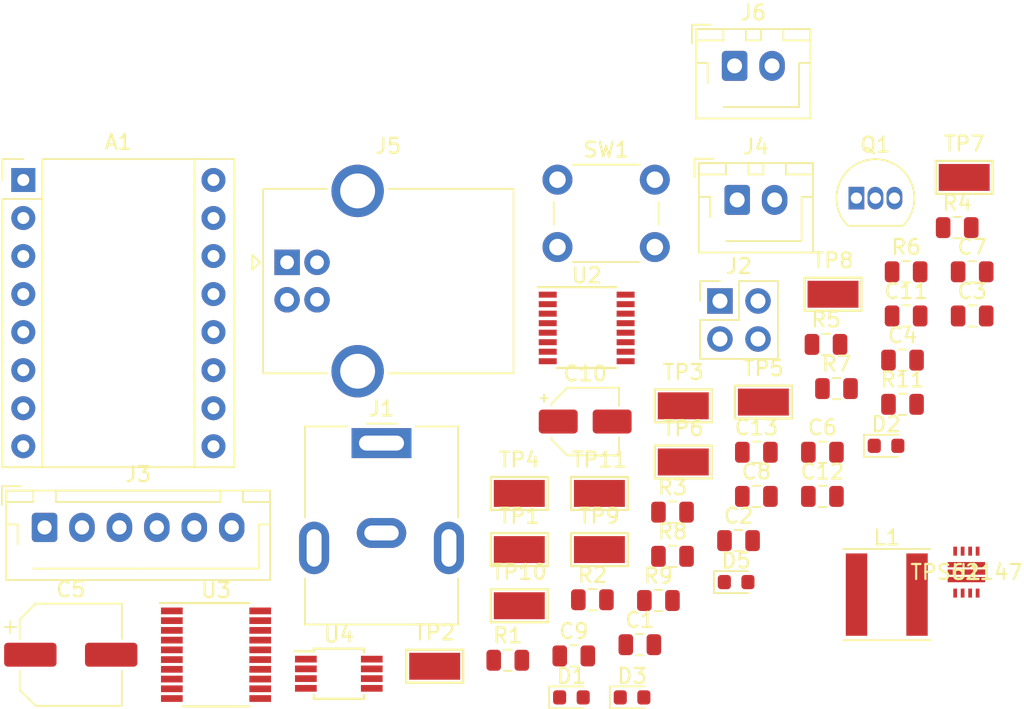
<source format=kicad_pcb>
(kicad_pcb (version 20171130) (host pcbnew 5.1.0)

  (general
    (thickness 1.6)
    (drawings 0)
    (tracks 0)
    (zones 0)
    (modules 52)
    (nets 47)
  )

  (page A4)
  (layers
    (0 F.Cu signal)
    (31 B.Cu signal)
    (32 B.Adhes user)
    (33 F.Adhes user)
    (34 B.Paste user)
    (35 F.Paste user)
    (36 B.SilkS user)
    (37 F.SilkS user)
    (38 B.Mask user)
    (39 F.Mask user)
    (40 Dwgs.User user)
    (41 Cmts.User user)
    (42 Eco1.User user)
    (43 Eco2.User user)
    (44 Edge.Cuts user)
    (45 Margin user)
    (46 B.CrtYd user)
    (47 F.CrtYd user)
    (48 B.Fab user)
    (49 F.Fab user hide)
  )

  (setup
    (last_trace_width 0.25)
    (trace_clearance 0.2)
    (zone_clearance 0.508)
    (zone_45_only no)
    (trace_min 0.2)
    (via_size 0.8)
    (via_drill 0.4)
    (via_min_size 0.4)
    (via_min_drill 0.3)
    (uvia_size 0.3)
    (uvia_drill 0.1)
    (uvias_allowed no)
    (uvia_min_size 0.2)
    (uvia_min_drill 0.1)
    (edge_width 0.15)
    (segment_width 0.2)
    (pcb_text_width 0.3)
    (pcb_text_size 1.5 1.5)
    (mod_edge_width 0.15)
    (mod_text_size 1 1)
    (mod_text_width 0.15)
    (pad_size 1.524 1.524)
    (pad_drill 0.762)
    (pad_to_mask_clearance 0.051)
    (solder_mask_min_width 0.25)
    (aux_axis_origin 0 0)
    (visible_elements 7FFFFFFF)
    (pcbplotparams
      (layerselection 0x010fc_ffffffff)
      (usegerberextensions false)
      (usegerberattributes false)
      (usegerberadvancedattributes false)
      (creategerberjobfile false)
      (excludeedgelayer true)
      (linewidth 0.100000)
      (plotframeref false)
      (viasonmask false)
      (mode 1)
      (useauxorigin false)
      (hpglpennumber 1)
      (hpglpenspeed 20)
      (hpglpendiameter 15.000000)
      (psnegative false)
      (psa4output false)
      (plotreference true)
      (plotvalue true)
      (plotinvisibletext false)
      (padsonsilk false)
      (subtractmaskfromsilk false)
      (outputformat 1)
      (mirror false)
      (drillshape 1)
      (scaleselection 1)
      (outputdirectory ""))
  )

  (net 0 "")
  (net 1 /MotorDIR)
  (net 2 "Net-(A1-Pad8)")
  (net 3 /MotorSTEP)
  (net 4 GND)
  (net 5 /~MotorSLP)
  (net 6 /B2)
  (net 7 /~MotorRST)
  (net 8 /B1)
  (net 9 /MotorM2)
  (net 10 /A1)
  (net 11 /MotorM1)
  (net 12 /A2)
  (net 13 /MotorM0)
  (net 14 /~MotorFLT)
  (net 15 /~MotorEN)
  (net 16 "Net-(C1-Pad1)")
  (net 17 +12V)
  (net 18 "Net-(C4-Pad2)")
  (net 19 +3V3)
  (net 20 "Net-(C6-Pad2)")
  (net 21 "Net-(C7-Pad2)")
  (net 22 "Net-(C8-Pad2)")
  (net 23 "Net-(C10-Pad1)")
  (net 24 "Net-(C10-Pad2)")
  (net 25 "Net-(D1-Pad2)")
  (net 26 /~LedRX)
  (net 27 "Net-(D2-Pad2)")
  (net 28 /~LedTX)
  (net 29 /LedRED)
  (net 30 "Net-(D3-Pad1)")
  (net 31 /LedGRN)
  (net 32 "Net-(D5-Pad1)")
  (net 33 /~RST)
  (net 34 /TEST)
  (net 35 "Net-(J4-Pad2)")
  (net 36 "Net-(J4-Pad1)")
  (net 37 /D+)
  (net 38 /D-)
  (net 39 /FAN)
  (net 40 "Net-(R1-Pad2)")
  (net 41 /PCB_TX)
  (net 42 /PCB_RX)
  (net 43 /Vo,temp)
  (net 44 "Net-(C2-Pad1)")
  (net 45 "Net-(L1-Pad1)")
  (net 46 "Net-(J6-Pad1)")

  (net_class Default "This is the default net class."
    (clearance 0.2)
    (trace_width 0.25)
    (via_dia 0.8)
    (via_drill 0.4)
    (uvia_dia 0.3)
    (uvia_drill 0.1)
    (add_net +12V)
    (add_net +3V3)
    (add_net /A1)
    (add_net /A2)
    (add_net /B1)
    (add_net /B2)
    (add_net /D+)
    (add_net /D-)
    (add_net /FAN)
    (add_net /LedGRN)
    (add_net /LedRED)
    (add_net /MotorDIR)
    (add_net /MotorM0)
    (add_net /MotorM1)
    (add_net /MotorM2)
    (add_net /MotorSTEP)
    (add_net /PCB_RX)
    (add_net /PCB_TX)
    (add_net /TEST)
    (add_net /Vo,temp)
    (add_net /~LedRX)
    (add_net /~LedTX)
    (add_net /~MotorEN)
    (add_net /~MotorFLT)
    (add_net /~MotorRST)
    (add_net /~MotorSLP)
    (add_net /~RST)
    (add_net GND)
    (add_net "Net-(A1-Pad8)")
    (add_net "Net-(C1-Pad1)")
    (add_net "Net-(C10-Pad1)")
    (add_net "Net-(C10-Pad2)")
    (add_net "Net-(C2-Pad1)")
    (add_net "Net-(C4-Pad2)")
    (add_net "Net-(C6-Pad2)")
    (add_net "Net-(C7-Pad2)")
    (add_net "Net-(C8-Pad2)")
    (add_net "Net-(D1-Pad2)")
    (add_net "Net-(D2-Pad2)")
    (add_net "Net-(D3-Pad1)")
    (add_net "Net-(D5-Pad1)")
    (add_net "Net-(J4-Pad1)")
    (add_net "Net-(J4-Pad2)")
    (add_net "Net-(J6-Pad1)")
    (add_net "Net-(L1-Pad1)")
    (add_net "Net-(R1-Pad2)")
  )

  (module Connector_JST:JST_XH_B2B-XH-AM_1x02_P2.50mm_Vertical (layer F.Cu) (tedit 5C28146E) (tstamp 5CB9092F)
    (at 165.862 66.04)
    (descr "JST XH series connector, B2B-XH-AM, with boss (http://www.jst-mfg.com/product/pdf/eng/eXH.pdf), generated with kicad-footprint-generator")
    (tags "connector JST XH vertical boss")
    (path /5D3D1CF7)
    (fp_text reference J6 (at 1.25 -3.55) (layer F.SilkS)
      (effects (font (size 1 1) (thickness 0.15)))
    )
    (fp_text value FanConnector (at 1.25 4.6) (layer F.Fab)
      (effects (font (size 1 1) (thickness 0.15)))
    )
    (fp_text user %R (at 1.25 2.7) (layer F.Fab)
      (effects (font (size 1 1) (thickness 0.15)))
    )
    (fp_line (start -2.85 -2.75) (end -2.85 -1.5) (layer F.SilkS) (width 0.12))
    (fp_line (start -1.6 -2.75) (end -2.85 -2.75) (layer F.SilkS) (width 0.12))
    (fp_line (start 4.3 2.75) (end 1.25 2.75) (layer F.SilkS) (width 0.12))
    (fp_line (start 4.3 -0.2) (end 4.3 2.75) (layer F.SilkS) (width 0.12))
    (fp_line (start 5.05 -0.2) (end 4.3 -0.2) (layer F.SilkS) (width 0.12))
    (fp_line (start 1.25 2.75) (end -0.74 2.75) (layer F.SilkS) (width 0.12))
    (fp_line (start -1.8 -0.2) (end -1.8 1.14) (layer F.SilkS) (width 0.12))
    (fp_line (start -2.55 -0.2) (end -1.8 -0.2) (layer F.SilkS) (width 0.12))
    (fp_line (start 5.05 -2.45) (end 3.25 -2.45) (layer F.SilkS) (width 0.12))
    (fp_line (start 5.05 -1.7) (end 5.05 -2.45) (layer F.SilkS) (width 0.12))
    (fp_line (start 3.25 -1.7) (end 5.05 -1.7) (layer F.SilkS) (width 0.12))
    (fp_line (start 3.25 -2.45) (end 3.25 -1.7) (layer F.SilkS) (width 0.12))
    (fp_line (start -0.75 -2.45) (end -2.55 -2.45) (layer F.SilkS) (width 0.12))
    (fp_line (start -0.75 -1.7) (end -0.75 -2.45) (layer F.SilkS) (width 0.12))
    (fp_line (start -2.55 -1.7) (end -0.75 -1.7) (layer F.SilkS) (width 0.12))
    (fp_line (start -2.55 -2.45) (end -2.55 -1.7) (layer F.SilkS) (width 0.12))
    (fp_line (start 1.75 -2.45) (end 0.75 -2.45) (layer F.SilkS) (width 0.12))
    (fp_line (start 1.75 -1.7) (end 1.75 -2.45) (layer F.SilkS) (width 0.12))
    (fp_line (start 0.75 -1.7) (end 1.75 -1.7) (layer F.SilkS) (width 0.12))
    (fp_line (start 0.75 -2.45) (end 0.75 -1.7) (layer F.SilkS) (width 0.12))
    (fp_line (start 0 -1.35) (end 0.625 -2.35) (layer F.Fab) (width 0.1))
    (fp_line (start -0.625 -2.35) (end 0 -1.35) (layer F.Fab) (width 0.1))
    (fp_line (start 5.45 -2.85) (end -2.95 -2.85) (layer F.CrtYd) (width 0.05))
    (fp_line (start 5.45 3.9) (end 5.45 -2.85) (layer F.CrtYd) (width 0.05))
    (fp_line (start -2.95 3.9) (end 5.45 3.9) (layer F.CrtYd) (width 0.05))
    (fp_line (start -2.95 -2.85) (end -2.95 3.9) (layer F.CrtYd) (width 0.05))
    (fp_line (start 5.06 -2.46) (end -2.56 -2.46) (layer F.SilkS) (width 0.12))
    (fp_line (start 5.06 3.51) (end 5.06 -2.46) (layer F.SilkS) (width 0.12))
    (fp_line (start -2.56 3.51) (end 5.06 3.51) (layer F.SilkS) (width 0.12))
    (fp_line (start -2.56 -2.46) (end -2.56 3.51) (layer F.SilkS) (width 0.12))
    (fp_line (start 4.95 -2.35) (end -2.45 -2.35) (layer F.Fab) (width 0.1))
    (fp_line (start 4.95 3.4) (end 4.95 -2.35) (layer F.Fab) (width 0.1))
    (fp_line (start -2.45 3.4) (end 4.95 3.4) (layer F.Fab) (width 0.1))
    (fp_line (start -2.45 -2.35) (end -2.45 3.4) (layer F.Fab) (width 0.1))
    (pad "" np_thru_hole circle (at -1.6 2) (size 1.2 1.2) (drill 1.2) (layers *.Cu *.Mask))
    (pad 2 thru_hole oval (at 2.5 0) (size 1.7 2) (drill 1) (layers *.Cu *.Mask)
      (net 4 GND))
    (pad 1 thru_hole roundrect (at 0 0) (size 1.7 2) (drill 1) (layers *.Cu *.Mask) (roundrect_rratio 0.147059)
      (net 46 "Net-(J6-Pad1)"))
    (model ${KISYS3DMOD}/Connector_JST.3dshapes/JST_XH_B2B-XH-AM_1x02_P2.50mm_Vertical.wrl
      (at (xyz 0 0 0))
      (scale (xyz 1 1 1))
      (rotate (xyz 0 0 0))
    )
  )

  (module libs:TPS62147RGXR (layer F.Cu) (tedit 0) (tstamp 5CB8F88C)
    (at 181.338999 99.845998)
    (path /5C8E539A)
    (fp_text reference U1 (at 0 0) (layer F.SilkS)
      (effects (font (size 1 1) (thickness 0.15)))
    )
    (fp_text value TPS62147 (at 0 0) (layer F.SilkS)
      (effects (font (size 1 1) (thickness 0.15)))
    )
    (fp_circle (center -0.599999 1.000001) (end -0.349999 1.000001) (layer Dwgs.User) (width 0.1524))
    (fp_line (start -1.05 1.549999) (end 1.05 1.549999) (layer Dwgs.User) (width 0.1524))
    (fp_line (start 1.05 1.549999) (end 1.05 -1.549999) (layer Dwgs.User) (width 0.1524))
    (fp_line (start -1.05 1.549999) (end -1.05 -1.549999) (layer Dwgs.User) (width 0.1524))
    (fp_line (start -1.05 -1.549999) (end 1.05 -1.549999) (layer Dwgs.User) (width 0.1524))
    (fp_text user "Copyright 2016 Accelerated Designs. All rights reserved." (at 0 0) (layer Cmts.User)
      (effects (font (size 0.127 0.127) (thickness 0.002)))
    )
    (pad 11 smd rect (at -0.749998 -1.4) (size 0.249999 0.599999) (layers F.Paste)
      (net 4 GND))
    (pad 11 smd rect (at -0.749998 -1.4) (size 0.249999 0.599999) (layers F.Mask)
      (net 4 GND))
    (pad 11 smd rect (at -0.749998 -1.4) (size 0.249999 0.599999) (layers F.Cu)
      (net 4 GND))
    (pad 10 smd rect (at -0.25 -1.4) (size 0.249999 0.599999) (layers F.Paste)
      (net 4 GND))
    (pad 10 smd rect (at -0.25 -1.4) (size 0.249999 0.599999) (layers F.Mask)
      (net 4 GND))
    (pad 10 smd rect (at -0.25 -1.4) (size 0.249999 0.599999) (layers F.Cu)
      (net 4 GND))
    (pad 9 smd rect (at 0.250002 -1.4) (size 0.249999 0.599999) (layers F.Paste)
      (net 44 "Net-(C2-Pad1)"))
    (pad 9 smd rect (at 0.250002 -1.4) (size 0.249999 0.599999) (layers F.Mask)
      (net 44 "Net-(C2-Pad1)"))
    (pad 9 smd rect (at 0.250002 -1.4) (size 0.249999 0.599999) (layers F.Cu)
      (net 44 "Net-(C2-Pad1)"))
    (pad 8 smd rect (at 0.750001 -1.4) (size 0.249999 0.599999) (layers F.Paste)
      (net 16 "Net-(C1-Pad1)"))
    (pad 8 smd rect (at 0.750001 -1.4) (size 0.249999 0.599999) (layers F.Mask)
      (net 16 "Net-(C1-Pad1)"))
    (pad 8 smd rect (at 0.750001 -1.4) (size 0.249999 0.599999) (layers F.Cu)
      (net 16 "Net-(C1-Pad1)"))
    (pad 7 smd rect (at 0.749998 1.4) (size 0.249999 0.599999) (layers F.Paste)
      (net 4 GND))
    (pad 7 smd rect (at 0.749998 1.4) (size 0.249999 0.599999) (layers F.Mask)
      (net 4 GND))
    (pad 7 smd rect (at 0.749998 1.4) (size 0.249999 0.599999) (layers F.Cu)
      (net 4 GND))
    (pad 6 smd rect (at 0.25 1.4) (size 0.249999 0.599999) (layers F.Paste)
      (net 19 +3V3))
    (pad 6 smd rect (at 0.25 1.4) (size 0.249999 0.599999) (layers F.Mask)
      (net 19 +3V3))
    (pad 6 smd rect (at 0.25 1.4) (size 0.249999 0.599999) (layers F.Cu)
      (net 19 +3V3))
    (pad 5 smd rect (at -0.250002 1.4) (size 0.249999 0.599999) (layers F.Paste)
      (net 40 "Net-(R1-Pad2)"))
    (pad 5 smd rect (at -0.250002 1.4) (size 0.249999 0.599999) (layers F.Mask)
      (net 40 "Net-(R1-Pad2)"))
    (pad 5 smd rect (at -0.250002 1.4) (size 0.249999 0.599999) (layers F.Cu)
      (net 40 "Net-(R1-Pad2)"))
    (pad 4 smd rect (at -0.750001 1.4) (size 0.249999 0.599999) (layers F.Paste)
      (net 4 GND))
    (pad 4 smd rect (at -0.750001 1.4) (size 0.249999 0.599999) (layers F.Mask)
      (net 4 GND))
    (pad 4 smd rect (at -0.750001 1.4) (size 0.249999 0.599999) (layers F.Cu)
      (net 4 GND))
    (pad 3 smd rect (at 0 0.499999 90) (size 0.0254 0.0254) (layers F.Paste)
      (net 4 GND))
    (pad 3 smd rect (at 0 0.499999 90) (size 0.249999 2.4) (layers F.Mask)
      (net 4 GND))
    (pad 3 smd rect (at 0 0.499999 90) (size 0.349999 2.5) (layers F.Cu)
      (net 4 GND))
    (pad 2 smd rect (at 0 0 90) (size 0.0254 0.0254) (layers F.Paste)
      (net 45 "Net-(L1-Pad1)"))
    (pad 2 smd rect (at 0 0 90) (size 0.249999 2.4) (layers F.Mask)
      (net 45 "Net-(L1-Pad1)"))
    (pad 2 smd rect (at 0 0 90) (size 0.349999 2.5) (layers F.Cu)
      (net 45 "Net-(L1-Pad1)"))
    (pad 1 smd rect (at 0 -0.499999 90) (size 0.0254 0.0254) (layers F.Paste)
      (net 16 "Net-(C1-Pad1)"))
    (pad 1 smd rect (at 0 -0.499999 90) (size 0.249999 2.4) (layers F.Mask)
      (net 16 "Net-(C1-Pad1)"))
    (pad 1 smd rect (at 0 -0.499999 90) (size 0.349999 2.5) (layers F.Cu)
      (net 16 "Net-(C1-Pad1)"))
  )

  (module libs:L_Coilcraft_XEL6030 (layer F.Cu) (tedit 5CAF7558) (tstamp 5CB8F54D)
    (at 176.022 101.346)
    (descr L_Coilcraft_XAL5030)
    (tags "L Coilcraft XAL5030")
    (path /5C8E53B9)
    (attr smd)
    (fp_text reference L1 (at 0 -3.81) (layer F.SilkS)
      (effects (font (size 1 1) (thickness 0.15)))
    )
    (fp_text value 2.2uH (at 0 4.572) (layer F.Fab)
      (effects (font (size 1 1) (thickness 0.15)))
    )
    (fp_line (start -2.921 -2.921) (end 2.921 -2.921) (layer F.Fab) (width 0.1))
    (fp_line (start 2.921 -2.921) (end 2.921 2.921) (layer F.Fab) (width 0.1))
    (fp_line (start 2.921 2.921) (end -2.921 2.921) (layer F.Fab) (width 0.1))
    (fp_line (start -2.921 2.921) (end -2.921 -2.921) (layer F.Fab) (width 0.1))
    (fp_line (start -3.048 -3.175) (end 3.048 -3.175) (layer F.CrtYd) (width 0.05))
    (fp_line (start 3.048 -3.175) (end 3.048 3.175) (layer F.CrtYd) (width 0.05))
    (fp_line (start 3.048 3.175) (end -3.048 3.175) (layer F.CrtYd) (width 0.05))
    (fp_line (start -3.048 3.175) (end -3.048 -3.175) (layer F.CrtYd) (width 0.05))
    (fp_line (start -2.921 -3.048) (end 2.921 -3.048) (layer F.SilkS) (width 0.12))
    (fp_line (start 2.921 3.048) (end -2.921 3.048) (layer F.SilkS) (width 0.12))
    (fp_text user %R (at 0 0 90) (layer F.Fab)
      (effects (font (size 0.75 0.75) (thickness 0.15)))
    )
    (pad 2 smd rect (at 2.02 0) (size 1.43 5.5) (layers F.Cu F.Paste F.Mask)
      (net 19 +3V3))
    (pad 1 smd rect (at -2.02 0) (size 1.43 5.5) (layers F.Cu F.Paste F.Mask)
      (net 45 "Net-(L1-Pad1)"))
    (model ${KISYS3DMOD}/Inductor_SMD.3dshapes/L_Coilcraft_XAL5030.wrl
      (at (xyz 0 0 0))
      (scale (xyz 1 1 1))
      (rotate (xyz 0 0 0))
    )
  )

  (module Package_SO:MSOP-8_3x3mm_P0.65mm (layer F.Cu) (tedit 5A02F25C) (tstamp 5CB8AAF8)
    (at 139.434 106.63)
    (descr "8-Lead Plastic Micro Small Outline Package (MS) [MSOP] (see Microchip Packaging Specification 00000049BS.pdf)")
    (tags "SSOP 0.65")
    (path /5CB6B920)
    (attr smd)
    (fp_text reference U4 (at 0 -2.6) (layer F.SilkS)
      (effects (font (size 1 1) (thickness 0.15)))
    )
    (fp_text value AD8495 (at 0 2.6) (layer F.Fab)
      (effects (font (size 1 1) (thickness 0.15)))
    )
    (fp_text user %R (at 0 0) (layer F.Fab)
      (effects (font (size 0.6 0.6) (thickness 0.15)))
    )
    (fp_line (start -1.675 -1.5) (end -2.925 -1.5) (layer F.SilkS) (width 0.15))
    (fp_line (start -1.675 1.675) (end 1.675 1.675) (layer F.SilkS) (width 0.15))
    (fp_line (start -1.675 -1.675) (end 1.675 -1.675) (layer F.SilkS) (width 0.15))
    (fp_line (start -1.675 1.675) (end -1.675 1.425) (layer F.SilkS) (width 0.15))
    (fp_line (start 1.675 1.675) (end 1.675 1.425) (layer F.SilkS) (width 0.15))
    (fp_line (start 1.675 -1.675) (end 1.675 -1.425) (layer F.SilkS) (width 0.15))
    (fp_line (start -1.675 -1.675) (end -1.675 -1.5) (layer F.SilkS) (width 0.15))
    (fp_line (start -3.2 1.85) (end 3.2 1.85) (layer F.CrtYd) (width 0.05))
    (fp_line (start -3.2 -1.85) (end 3.2 -1.85) (layer F.CrtYd) (width 0.05))
    (fp_line (start 3.2 -1.85) (end 3.2 1.85) (layer F.CrtYd) (width 0.05))
    (fp_line (start -3.2 -1.85) (end -3.2 1.85) (layer F.CrtYd) (width 0.05))
    (fp_line (start -1.5 -0.5) (end -0.5 -1.5) (layer F.Fab) (width 0.15))
    (fp_line (start -1.5 1.5) (end -1.5 -0.5) (layer F.Fab) (width 0.15))
    (fp_line (start 1.5 1.5) (end -1.5 1.5) (layer F.Fab) (width 0.15))
    (fp_line (start 1.5 -1.5) (end 1.5 1.5) (layer F.Fab) (width 0.15))
    (fp_line (start -0.5 -1.5) (end 1.5 -1.5) (layer F.Fab) (width 0.15))
    (pad 8 smd rect (at 2.2 -0.975) (size 1.45 0.45) (layers F.Cu F.Paste F.Mask)
      (net 24 "Net-(C10-Pad2)"))
    (pad 7 smd rect (at 2.2 -0.325) (size 1.45 0.45) (layers F.Cu F.Paste F.Mask)
      (net 18 "Net-(C4-Pad2)"))
    (pad 6 smd rect (at 2.2 0.325) (size 1.45 0.45) (layers F.Cu F.Paste F.Mask)
      (net 43 /Vo,temp))
    (pad 5 smd rect (at 2.2 0.975) (size 1.45 0.45) (layers F.Cu F.Paste F.Mask)
      (net 43 /Vo,temp))
    (pad 4 smd rect (at -2.2 0.975) (size 1.45 0.45) (layers F.Cu F.Paste F.Mask))
    (pad 3 smd rect (at -2.2 0.325) (size 1.45 0.45) (layers F.Cu F.Paste F.Mask)
      (net 4 GND))
    (pad 2 smd rect (at -2.2 -0.325) (size 1.45 0.45) (layers F.Cu F.Paste F.Mask)
      (net 4 GND))
    (pad 1 smd rect (at -2.2 -0.975) (size 1.45 0.45) (layers F.Cu F.Paste F.Mask)
      (net 23 "Net-(C10-Pad1)"))
    (model ${KISYS3DMOD}/Package_SO.3dshapes/MSOP-8_3x3mm_P0.65mm.wrl
      (at (xyz 0 0 0))
      (scale (xyz 1 1 1))
      (rotate (xyz 0 0 0))
    )
  )

  (module Package_SO:TSSOP-20_4.4x6.5mm_P0.65mm (layer F.Cu) (tedit 5A02F25C) (tstamp 5CB8AADB)
    (at 131.234 105.36)
    (descr "20-Lead Plastic Thin Shrink Small Outline (ST)-4.4 mm Body [TSSOP] (see Microchip Packaging Specification 00000049BS.pdf)")
    (tags "SSOP 0.65")
    (path /5C884675)
    (attr smd)
    (fp_text reference U3 (at 0 -4.3) (layer F.SilkS)
      (effects (font (size 1 1) (thickness 0.15)))
    )
    (fp_text value MSP430G2553IPW20 (at 0 4.3) (layer F.Fab)
      (effects (font (size 1 1) (thickness 0.15)))
    )
    (fp_text user %R (at 0 0) (layer F.Fab)
      (effects (font (size 0.8 0.8) (thickness 0.15)))
    )
    (fp_line (start -3.75 -3.45) (end 2.225 -3.45) (layer F.SilkS) (width 0.15))
    (fp_line (start -2.225 3.45) (end 2.225 3.45) (layer F.SilkS) (width 0.15))
    (fp_line (start -3.95 3.55) (end 3.95 3.55) (layer F.CrtYd) (width 0.05))
    (fp_line (start -3.95 -3.55) (end 3.95 -3.55) (layer F.CrtYd) (width 0.05))
    (fp_line (start 3.95 -3.55) (end 3.95 3.55) (layer F.CrtYd) (width 0.05))
    (fp_line (start -3.95 -3.55) (end -3.95 3.55) (layer F.CrtYd) (width 0.05))
    (fp_line (start -2.2 -2.25) (end -1.2 -3.25) (layer F.Fab) (width 0.15))
    (fp_line (start -2.2 3.25) (end -2.2 -2.25) (layer F.Fab) (width 0.15))
    (fp_line (start 2.2 3.25) (end -2.2 3.25) (layer F.Fab) (width 0.15))
    (fp_line (start 2.2 -3.25) (end 2.2 3.25) (layer F.Fab) (width 0.15))
    (fp_line (start -1.2 -3.25) (end 2.2 -3.25) (layer F.Fab) (width 0.15))
    (pad 20 smd rect (at 2.95 -2.925) (size 1.45 0.45) (layers F.Cu F.Paste F.Mask)
      (net 4 GND))
    (pad 19 smd rect (at 2.95 -2.275) (size 1.45 0.45) (layers F.Cu F.Paste F.Mask)
      (net 11 /MotorM1))
    (pad 18 smd rect (at 2.95 -1.625) (size 1.45 0.45) (layers F.Cu F.Paste F.Mask)
      (net 9 /MotorM2))
    (pad 17 smd rect (at 2.95 -0.975) (size 1.45 0.45) (layers F.Cu F.Paste F.Mask)
      (net 34 /TEST))
    (pad 16 smd rect (at 2.95 -0.325) (size 1.45 0.45) (layers F.Cu F.Paste F.Mask)
      (net 33 /~RST))
    (pad 15 smd rect (at 2.95 0.325) (size 1.45 0.45) (layers F.Cu F.Paste F.Mask)
      (net 31 /LedGRN))
    (pad 14 smd rect (at 2.95 0.975) (size 1.45 0.45) (layers F.Cu F.Paste F.Mask)
      (net 3 /MotorSTEP))
    (pad 13 smd rect (at 2.95 1.625) (size 1.45 0.45) (layers F.Cu F.Paste F.Mask)
      (net 13 /MotorM0))
    (pad 12 smd rect (at 2.95 2.275) (size 1.45 0.45) (layers F.Cu F.Paste F.Mask)
      (net 14 /~MotorFLT))
    (pad 11 smd rect (at 2.95 2.925) (size 1.45 0.45) (layers F.Cu F.Paste F.Mask)
      (net 1 /MotorDIR))
    (pad 10 smd rect (at -2.95 2.925) (size 1.45 0.45) (layers F.Cu F.Paste F.Mask)
      (net 5 /~MotorSLP))
    (pad 9 smd rect (at -2.95 2.275) (size 1.45 0.45) (layers F.Cu F.Paste F.Mask)
      (net 15 /~MotorEN))
    (pad 8 smd rect (at -2.95 1.625) (size 1.45 0.45) (layers F.Cu F.Paste F.Mask)
      (net 7 /~MotorRST))
    (pad 7 smd rect (at -2.95 0.975) (size 1.45 0.45) (layers F.Cu F.Paste F.Mask)
      (net 39 /FAN))
    (pad 6 smd rect (at -2.95 0.325) (size 1.45 0.45) (layers F.Cu F.Paste F.Mask)
      (net 31 /LedGRN))
    (pad 5 smd rect (at -2.95 -0.325) (size 1.45 0.45) (layers F.Cu F.Paste F.Mask)
      (net 29 /LedRED))
    (pad 4 smd rect (at -2.95 -0.975) (size 1.45 0.45) (layers F.Cu F.Paste F.Mask)
      (net 42 /PCB_RX))
    (pad 3 smd rect (at -2.95 -1.625) (size 1.45 0.45) (layers F.Cu F.Paste F.Mask)
      (net 41 /PCB_TX))
    (pad 2 smd rect (at -2.95 -2.275) (size 1.45 0.45) (layers F.Cu F.Paste F.Mask)
      (net 43 /Vo,temp))
    (pad 1 smd rect (at -2.95 -2.925) (size 1.45 0.45) (layers F.Cu F.Paste F.Mask)
      (net 20 "Net-(C6-Pad2)"))
    (model ${KISYS3DMOD}/Package_SO.3dshapes/TSSOP-20_4.4x6.5mm_P0.65mm.wrl
      (at (xyz 0 0 0))
      (scale (xyz 1 1 1))
      (rotate (xyz 0 0 0))
    )
  )

  (module Package_SO:SSOP-16_3.9x4.9mm_P0.635mm (layer F.Cu) (tedit 5A02F25C) (tstamp 5CB8AAB7)
    (at 155.984 83.54)
    (descr "SSOP16: plastic shrink small outline package; 16 leads; body width 3.9 mm; lead pitch 0.635; (see NXP SSOP-TSSOP-VSO-REFLOW.pdf and sot519-1_po.pdf)")
    (tags "SSOP 0.635")
    (path /5C8F4F67)
    (attr smd)
    (fp_text reference U2 (at 0 -3.5) (layer F.SilkS)
      (effects (font (size 1 1) (thickness 0.15)))
    )
    (fp_text value FT230XS (at 0 3.5) (layer F.Fab)
      (effects (font (size 1 1) (thickness 0.15)))
    )
    (fp_text user %R (at 0 0) (layer F.Fab)
      (effects (font (size 0.8 0.8) (thickness 0.15)))
    )
    (fp_line (start -3.275 -2.725) (end 2 -2.725) (layer F.SilkS) (width 0.15))
    (fp_line (start -2 2.675) (end 2 2.675) (layer F.SilkS) (width 0.15))
    (fp_line (start -3.45 2.8) (end 3.45 2.8) (layer F.CrtYd) (width 0.05))
    (fp_line (start -3.45 -2.85) (end 3.45 -2.85) (layer F.CrtYd) (width 0.05))
    (fp_line (start 3.45 -2.85) (end 3.45 2.8) (layer F.CrtYd) (width 0.05))
    (fp_line (start -3.45 -2.85) (end -3.45 2.8) (layer F.CrtYd) (width 0.05))
    (fp_line (start -1.95 -1.45) (end -0.95 -2.45) (layer F.Fab) (width 0.15))
    (fp_line (start -1.95 2.45) (end -1.95 -1.45) (layer F.Fab) (width 0.15))
    (fp_line (start 1.95 2.45) (end -1.95 2.45) (layer F.Fab) (width 0.15))
    (fp_line (start 1.95 -2.45) (end 1.95 2.45) (layer F.Fab) (width 0.15))
    (fp_line (start -0.95 -2.45) (end 1.95 -2.45) (layer F.Fab) (width 0.15))
    (pad 16 smd rect (at 2.6 -2.2225) (size 1.2 0.4) (layers F.Cu F.Paste F.Mask))
    (pad 15 smd rect (at 2.6 -1.5875) (size 1.2 0.4) (layers F.Cu F.Paste F.Mask))
    (pad 14 smd rect (at 2.6 -0.9525) (size 1.2 0.4) (layers F.Cu F.Paste F.Mask)
      (net 26 /~LedRX))
    (pad 13 smd rect (at 2.6 -0.3175) (size 1.2 0.4) (layers F.Cu F.Paste F.Mask)
      (net 4 GND))
    (pad 12 smd rect (at 2.6 0.3175) (size 1.2 0.4) (layers F.Cu F.Paste F.Mask)
      (net 21 "Net-(C7-Pad2)"))
    (pad 11 smd rect (at 2.6 0.9525) (size 1.2 0.4) (layers F.Cu F.Paste F.Mask)
      (net 33 /~RST))
    (pad 10 smd rect (at 2.6 1.5875) (size 1.2 0.4) (layers F.Cu F.Paste F.Mask))
    (pad 9 smd rect (at 2.6 2.2225) (size 1.2 0.4) (layers F.Cu F.Paste F.Mask)
      (net 38 /D-))
    (pad 8 smd rect (at -2.6 2.2225) (size 1.2 0.4) (layers F.Cu F.Paste F.Mask)
      (net 37 /D+))
    (pad 7 smd rect (at -2.6 1.5875) (size 1.2 0.4) (layers F.Cu F.Paste F.Mask)
      (net 28 /~LedTX))
    (pad 6 smd rect (at -2.6 0.9525) (size 1.2 0.4) (layers F.Cu F.Paste F.Mask))
    (pad 5 smd rect (at -2.6 0.3175) (size 1.2 0.4) (layers F.Cu F.Paste F.Mask)
      (net 4 GND))
    (pad 4 smd rect (at -2.6 -0.3175) (size 1.2 0.4) (layers F.Cu F.Paste F.Mask)
      (net 42 /PCB_RX))
    (pad 3 smd rect (at -2.6 -0.9525) (size 1.2 0.4) (layers F.Cu F.Paste F.Mask)
      (net 22 "Net-(C8-Pad2)"))
    (pad 2 smd rect (at -2.6 -1.5875) (size 1.2 0.4) (layers F.Cu F.Paste F.Mask))
    (pad 1 smd rect (at -2.6 -2.2225) (size 1.2 0.4) (layers F.Cu F.Paste F.Mask)
      (net 41 /PCB_TX))
    (model ${KISYS3DMOD}/Package_SO.3dshapes/SSOP-16_3.9x4.9mm_P0.635mm.wrl
      (at (xyz 0 0 0))
      (scale (xyz 1 1 1))
      (rotate (xyz 0 0 0))
    )
  )

  (module TestPoint:TestPoint_Keystone_5015_Micro-Minature (layer F.Cu) (tedit 5A0F774F) (tstamp 5CB8AA97)
    (at 156.834 94.59)
    (descr "SMT Test Point- Micro Miniature 5015, http://www.keyelco.com/product-pdf.cfm?p=1353")
    (tags "Test Point")
    (path /5CE64C67)
    (attr smd)
    (fp_text reference TP11 (at 0 -2.25) (layer F.SilkS)
      (effects (font (size 1 1) (thickness 0.15)))
    )
    (fp_text value MotorSTEP (at 0 2.25) (layer F.Fab)
      (effects (font (size 1 1) (thickness 0.15)))
    )
    (fp_line (start -1.35 0.5) (end -1.35 -0.5) (layer F.Fab) (width 0.15))
    (fp_line (start 1.35 -0.5) (end -1.35 -0.5) (layer F.Fab) (width 0.15))
    (fp_line (start 1.35 -0.5) (end 1.35 0.5) (layer F.Fab) (width 0.15))
    (fp_line (start -1.35 0.5) (end 1.35 0.5) (layer F.Fab) (width 0.15))
    (fp_line (start -1.9 1.1) (end -1.9 -1.1) (layer F.SilkS) (width 0.15))
    (fp_line (start 1.9 1.1) (end -1.9 1.1) (layer F.SilkS) (width 0.15))
    (fp_line (start 1.9 -1.1) (end 1.9 1.1) (layer F.SilkS) (width 0.15))
    (fp_line (start -1.9 -1.1) (end 1.9 -1.1) (layer F.SilkS) (width 0.15))
    (fp_line (start -2.15 1.35) (end -2.15 -1.35) (layer F.CrtYd) (width 0.05))
    (fp_line (start 2.15 1.35) (end -2.15 1.35) (layer F.CrtYd) (width 0.05))
    (fp_line (start 2.15 -1.35) (end 2.15 1.35) (layer F.CrtYd) (width 0.05))
    (fp_line (start -2.15 -1.35) (end 2.15 -1.35) (layer F.CrtYd) (width 0.05))
    (fp_text user %R (at 0 0) (layer F.Fab)
      (effects (font (size 0.6 0.6) (thickness 0.09)))
    )
    (pad 1 smd rect (at 0 0) (size 3.4 1.8) (layers F.Cu F.Paste F.Mask)
      (net 3 /MotorSTEP))
    (model ${KISYS3DMOD}/TestPoint.3dshapes/TestPoint_Keystone_5015_Micro-Minature.wrl
      (at (xyz 0 0 0))
      (scale (xyz 1 1 1))
      (rotate (xyz 0 0 0))
    )
  )

  (module TestPoint:TestPoint_Keystone_5015_Micro-Minature (layer F.Cu) (tedit 5A0F774F) (tstamp 5CB8AA85)
    (at 151.484 102.09)
    (descr "SMT Test Point- Micro Miniature 5015, http://www.keyelco.com/product-pdf.cfm?p=1353")
    (tags "Test Point")
    (path /5CE5F6AE)
    (attr smd)
    (fp_text reference TP10 (at 0 -2.25) (layer F.SilkS)
      (effects (font (size 1 1) (thickness 0.15)))
    )
    (fp_text value MotorM2 (at 0 2.25) (layer F.Fab)
      (effects (font (size 1 1) (thickness 0.15)))
    )
    (fp_line (start -1.35 0.5) (end -1.35 -0.5) (layer F.Fab) (width 0.15))
    (fp_line (start 1.35 -0.5) (end -1.35 -0.5) (layer F.Fab) (width 0.15))
    (fp_line (start 1.35 -0.5) (end 1.35 0.5) (layer F.Fab) (width 0.15))
    (fp_line (start -1.35 0.5) (end 1.35 0.5) (layer F.Fab) (width 0.15))
    (fp_line (start -1.9 1.1) (end -1.9 -1.1) (layer F.SilkS) (width 0.15))
    (fp_line (start 1.9 1.1) (end -1.9 1.1) (layer F.SilkS) (width 0.15))
    (fp_line (start 1.9 -1.1) (end 1.9 1.1) (layer F.SilkS) (width 0.15))
    (fp_line (start -1.9 -1.1) (end 1.9 -1.1) (layer F.SilkS) (width 0.15))
    (fp_line (start -2.15 1.35) (end -2.15 -1.35) (layer F.CrtYd) (width 0.05))
    (fp_line (start 2.15 1.35) (end -2.15 1.35) (layer F.CrtYd) (width 0.05))
    (fp_line (start 2.15 -1.35) (end 2.15 1.35) (layer F.CrtYd) (width 0.05))
    (fp_line (start -2.15 -1.35) (end 2.15 -1.35) (layer F.CrtYd) (width 0.05))
    (fp_text user %R (at 0 0) (layer F.Fab)
      (effects (font (size 0.6 0.6) (thickness 0.09)))
    )
    (pad 1 smd rect (at 0 0) (size 3.4 1.8) (layers F.Cu F.Paste F.Mask)
      (net 9 /MotorM2))
    (model ${KISYS3DMOD}/TestPoint.3dshapes/TestPoint_Keystone_5015_Micro-Minature.wrl
      (at (xyz 0 0 0))
      (scale (xyz 1 1 1))
      (rotate (xyz 0 0 0))
    )
  )

  (module TestPoint:TestPoint_Keystone_5015_Micro-Minature (layer F.Cu) (tedit 5A0F774F) (tstamp 5CB8AA73)
    (at 156.834 98.34)
    (descr "SMT Test Point- Micro Miniature 5015, http://www.keyelco.com/product-pdf.cfm?p=1353")
    (tags "Test Point")
    (path /5CE59FC0)
    (attr smd)
    (fp_text reference TP9 (at 0 -2.25) (layer F.SilkS)
      (effects (font (size 1 1) (thickness 0.15)))
    )
    (fp_text value MotorM1 (at 0 2.25) (layer F.Fab)
      (effects (font (size 1 1) (thickness 0.15)))
    )
    (fp_line (start -1.35 0.5) (end -1.35 -0.5) (layer F.Fab) (width 0.15))
    (fp_line (start 1.35 -0.5) (end -1.35 -0.5) (layer F.Fab) (width 0.15))
    (fp_line (start 1.35 -0.5) (end 1.35 0.5) (layer F.Fab) (width 0.15))
    (fp_line (start -1.35 0.5) (end 1.35 0.5) (layer F.Fab) (width 0.15))
    (fp_line (start -1.9 1.1) (end -1.9 -1.1) (layer F.SilkS) (width 0.15))
    (fp_line (start 1.9 1.1) (end -1.9 1.1) (layer F.SilkS) (width 0.15))
    (fp_line (start 1.9 -1.1) (end 1.9 1.1) (layer F.SilkS) (width 0.15))
    (fp_line (start -1.9 -1.1) (end 1.9 -1.1) (layer F.SilkS) (width 0.15))
    (fp_line (start -2.15 1.35) (end -2.15 -1.35) (layer F.CrtYd) (width 0.05))
    (fp_line (start 2.15 1.35) (end -2.15 1.35) (layer F.CrtYd) (width 0.05))
    (fp_line (start 2.15 -1.35) (end 2.15 1.35) (layer F.CrtYd) (width 0.05))
    (fp_line (start -2.15 -1.35) (end 2.15 -1.35) (layer F.CrtYd) (width 0.05))
    (fp_text user %R (at 0 0) (layer F.Fab)
      (effects (font (size 0.6 0.6) (thickness 0.09)))
    )
    (pad 1 smd rect (at 0 0) (size 3.4 1.8) (layers F.Cu F.Paste F.Mask)
      (net 11 /MotorM1))
    (model ${KISYS3DMOD}/TestPoint.3dshapes/TestPoint_Keystone_5015_Micro-Minature.wrl
      (at (xyz 0 0 0))
      (scale (xyz 1 1 1))
      (rotate (xyz 0 0 0))
    )
  )

  (module TestPoint:TestPoint_Keystone_5015_Micro-Minature (layer F.Cu) (tedit 5A0F774F) (tstamp 5CB8AA61)
    (at 172.434 81.29)
    (descr "SMT Test Point- Micro Miniature 5015, http://www.keyelco.com/product-pdf.cfm?p=1353")
    (tags "Test Point")
    (path /5CE547C0)
    (attr smd)
    (fp_text reference TP8 (at 0 -2.25) (layer F.SilkS)
      (effects (font (size 1 1) (thickness 0.15)))
    )
    (fp_text value MotorM0 (at 0 2.25) (layer F.Fab)
      (effects (font (size 1 1) (thickness 0.15)))
    )
    (fp_line (start -1.35 0.5) (end -1.35 -0.5) (layer F.Fab) (width 0.15))
    (fp_line (start 1.35 -0.5) (end -1.35 -0.5) (layer F.Fab) (width 0.15))
    (fp_line (start 1.35 -0.5) (end 1.35 0.5) (layer F.Fab) (width 0.15))
    (fp_line (start -1.35 0.5) (end 1.35 0.5) (layer F.Fab) (width 0.15))
    (fp_line (start -1.9 1.1) (end -1.9 -1.1) (layer F.SilkS) (width 0.15))
    (fp_line (start 1.9 1.1) (end -1.9 1.1) (layer F.SilkS) (width 0.15))
    (fp_line (start 1.9 -1.1) (end 1.9 1.1) (layer F.SilkS) (width 0.15))
    (fp_line (start -1.9 -1.1) (end 1.9 -1.1) (layer F.SilkS) (width 0.15))
    (fp_line (start -2.15 1.35) (end -2.15 -1.35) (layer F.CrtYd) (width 0.05))
    (fp_line (start 2.15 1.35) (end -2.15 1.35) (layer F.CrtYd) (width 0.05))
    (fp_line (start 2.15 -1.35) (end 2.15 1.35) (layer F.CrtYd) (width 0.05))
    (fp_line (start -2.15 -1.35) (end 2.15 -1.35) (layer F.CrtYd) (width 0.05))
    (fp_text user %R (at 0 0) (layer F.Fab)
      (effects (font (size 0.6 0.6) (thickness 0.09)))
    )
    (pad 1 smd rect (at 0 0) (size 3.4 1.8) (layers F.Cu F.Paste F.Mask)
      (net 13 /MotorM0))
    (model ${KISYS3DMOD}/TestPoint.3dshapes/TestPoint_Keystone_5015_Micro-Minature.wrl
      (at (xyz 0 0 0))
      (scale (xyz 1 1 1))
      (rotate (xyz 0 0 0))
    )
  )

  (module TestPoint:TestPoint_Keystone_5015_Micro-Minature (layer F.Cu) (tedit 5A0F774F) (tstamp 5CB8AA4F)
    (at 181.194 73.49)
    (descr "SMT Test Point- Micro Miniature 5015, http://www.keyelco.com/product-pdf.cfm?p=1353")
    (tags "Test Point")
    (path /5CE4EF4F)
    (attr smd)
    (fp_text reference TP7 (at 0 -2.25) (layer F.SilkS)
      (effects (font (size 1 1) (thickness 0.15)))
    )
    (fp_text value PCB_RX (at 0 2.25) (layer F.Fab)
      (effects (font (size 1 1) (thickness 0.15)))
    )
    (fp_line (start -1.35 0.5) (end -1.35 -0.5) (layer F.Fab) (width 0.15))
    (fp_line (start 1.35 -0.5) (end -1.35 -0.5) (layer F.Fab) (width 0.15))
    (fp_line (start 1.35 -0.5) (end 1.35 0.5) (layer F.Fab) (width 0.15))
    (fp_line (start -1.35 0.5) (end 1.35 0.5) (layer F.Fab) (width 0.15))
    (fp_line (start -1.9 1.1) (end -1.9 -1.1) (layer F.SilkS) (width 0.15))
    (fp_line (start 1.9 1.1) (end -1.9 1.1) (layer F.SilkS) (width 0.15))
    (fp_line (start 1.9 -1.1) (end 1.9 1.1) (layer F.SilkS) (width 0.15))
    (fp_line (start -1.9 -1.1) (end 1.9 -1.1) (layer F.SilkS) (width 0.15))
    (fp_line (start -2.15 1.35) (end -2.15 -1.35) (layer F.CrtYd) (width 0.05))
    (fp_line (start 2.15 1.35) (end -2.15 1.35) (layer F.CrtYd) (width 0.05))
    (fp_line (start 2.15 -1.35) (end 2.15 1.35) (layer F.CrtYd) (width 0.05))
    (fp_line (start -2.15 -1.35) (end 2.15 -1.35) (layer F.CrtYd) (width 0.05))
    (fp_text user %R (at 0 0) (layer F.Fab)
      (effects (font (size 0.6 0.6) (thickness 0.09)))
    )
    (pad 1 smd rect (at 0 0) (size 3.4 1.8) (layers F.Cu F.Paste F.Mask)
      (net 42 /PCB_RX))
    (model ${KISYS3DMOD}/TestPoint.3dshapes/TestPoint_Keystone_5015_Micro-Minature.wrl
      (at (xyz 0 0 0))
      (scale (xyz 1 1 1))
      (rotate (xyz 0 0 0))
    )
  )

  (module TestPoint:TestPoint_Keystone_5015_Micro-Minature (layer F.Cu) (tedit 5A0F774F) (tstamp 5CB8AA3D)
    (at 162.434 92.49)
    (descr "SMT Test Point- Micro Miniature 5015, http://www.keyelco.com/product-pdf.cfm?p=1353")
    (tags "Test Point")
    (path /5CE3A5D8)
    (attr smd)
    (fp_text reference TP6 (at 0 -2.25) (layer F.SilkS)
      (effects (font (size 1 1) (thickness 0.15)))
    )
    (fp_text value PCB_TX (at 0 2.25) (layer F.Fab)
      (effects (font (size 1 1) (thickness 0.15)))
    )
    (fp_line (start -1.35 0.5) (end -1.35 -0.5) (layer F.Fab) (width 0.15))
    (fp_line (start 1.35 -0.5) (end -1.35 -0.5) (layer F.Fab) (width 0.15))
    (fp_line (start 1.35 -0.5) (end 1.35 0.5) (layer F.Fab) (width 0.15))
    (fp_line (start -1.35 0.5) (end 1.35 0.5) (layer F.Fab) (width 0.15))
    (fp_line (start -1.9 1.1) (end -1.9 -1.1) (layer F.SilkS) (width 0.15))
    (fp_line (start 1.9 1.1) (end -1.9 1.1) (layer F.SilkS) (width 0.15))
    (fp_line (start 1.9 -1.1) (end 1.9 1.1) (layer F.SilkS) (width 0.15))
    (fp_line (start -1.9 -1.1) (end 1.9 -1.1) (layer F.SilkS) (width 0.15))
    (fp_line (start -2.15 1.35) (end -2.15 -1.35) (layer F.CrtYd) (width 0.05))
    (fp_line (start 2.15 1.35) (end -2.15 1.35) (layer F.CrtYd) (width 0.05))
    (fp_line (start 2.15 -1.35) (end 2.15 1.35) (layer F.CrtYd) (width 0.05))
    (fp_line (start -2.15 -1.35) (end 2.15 -1.35) (layer F.CrtYd) (width 0.05))
    (fp_text user %R (at 0 0) (layer F.Fab)
      (effects (font (size 0.6 0.6) (thickness 0.09)))
    )
    (pad 1 smd rect (at 0 0) (size 3.4 1.8) (layers F.Cu F.Paste F.Mask)
      (net 41 /PCB_TX))
    (model ${KISYS3DMOD}/TestPoint.3dshapes/TestPoint_Keystone_5015_Micro-Minature.wrl
      (at (xyz 0 0 0))
      (scale (xyz 1 1 1))
      (rotate (xyz 0 0 0))
    )
  )

  (module TestPoint:TestPoint_Keystone_5015_Micro-Minature (layer F.Cu) (tedit 5A0F774F) (tstamp 5CB8AA2B)
    (at 167.784 88.49)
    (descr "SMT Test Point- Micro Miniature 5015, http://www.keyelco.com/product-pdf.cfm?p=1353")
    (tags "Test Point")
    (path /5CDE4962)
    (attr smd)
    (fp_text reference TP5 (at 0 -2.25) (layer F.SilkS)
      (effects (font (size 1 1) (thickness 0.15)))
    )
    (fp_text value ~MotorFLT (at 0 2.25) (layer F.Fab)
      (effects (font (size 1 1) (thickness 0.15)))
    )
    (fp_line (start -1.35 0.5) (end -1.35 -0.5) (layer F.Fab) (width 0.15))
    (fp_line (start 1.35 -0.5) (end -1.35 -0.5) (layer F.Fab) (width 0.15))
    (fp_line (start 1.35 -0.5) (end 1.35 0.5) (layer F.Fab) (width 0.15))
    (fp_line (start -1.35 0.5) (end 1.35 0.5) (layer F.Fab) (width 0.15))
    (fp_line (start -1.9 1.1) (end -1.9 -1.1) (layer F.SilkS) (width 0.15))
    (fp_line (start 1.9 1.1) (end -1.9 1.1) (layer F.SilkS) (width 0.15))
    (fp_line (start 1.9 -1.1) (end 1.9 1.1) (layer F.SilkS) (width 0.15))
    (fp_line (start -1.9 -1.1) (end 1.9 -1.1) (layer F.SilkS) (width 0.15))
    (fp_line (start -2.15 1.35) (end -2.15 -1.35) (layer F.CrtYd) (width 0.05))
    (fp_line (start 2.15 1.35) (end -2.15 1.35) (layer F.CrtYd) (width 0.05))
    (fp_line (start 2.15 -1.35) (end 2.15 1.35) (layer F.CrtYd) (width 0.05))
    (fp_line (start -2.15 -1.35) (end 2.15 -1.35) (layer F.CrtYd) (width 0.05))
    (fp_text user %R (at 0 0) (layer F.Fab)
      (effects (font (size 0.6 0.6) (thickness 0.09)))
    )
    (pad 1 smd rect (at 0 0) (size 3.4 1.8) (layers F.Cu F.Paste F.Mask)
      (net 14 /~MotorFLT))
    (model ${KISYS3DMOD}/TestPoint.3dshapes/TestPoint_Keystone_5015_Micro-Minature.wrl
      (at (xyz 0 0 0))
      (scale (xyz 1 1 1))
      (rotate (xyz 0 0 0))
    )
  )

  (module TestPoint:TestPoint_Keystone_5015_Micro-Minature (layer F.Cu) (tedit 5A0F774F) (tstamp 5CB8AA19)
    (at 151.484 94.59)
    (descr "SMT Test Point- Micro Miniature 5015, http://www.keyelco.com/product-pdf.cfm?p=1353")
    (tags "Test Point")
    (path /5CDDE8A5)
    (attr smd)
    (fp_text reference TP4 (at 0 -2.25) (layer F.SilkS)
      (effects (font (size 1 1) (thickness 0.15)))
    )
    (fp_text value MotorDIR (at 0 2.25) (layer F.Fab)
      (effects (font (size 1 1) (thickness 0.15)))
    )
    (fp_line (start -1.35 0.5) (end -1.35 -0.5) (layer F.Fab) (width 0.15))
    (fp_line (start 1.35 -0.5) (end -1.35 -0.5) (layer F.Fab) (width 0.15))
    (fp_line (start 1.35 -0.5) (end 1.35 0.5) (layer F.Fab) (width 0.15))
    (fp_line (start -1.35 0.5) (end 1.35 0.5) (layer F.Fab) (width 0.15))
    (fp_line (start -1.9 1.1) (end -1.9 -1.1) (layer F.SilkS) (width 0.15))
    (fp_line (start 1.9 1.1) (end -1.9 1.1) (layer F.SilkS) (width 0.15))
    (fp_line (start 1.9 -1.1) (end 1.9 1.1) (layer F.SilkS) (width 0.15))
    (fp_line (start -1.9 -1.1) (end 1.9 -1.1) (layer F.SilkS) (width 0.15))
    (fp_line (start -2.15 1.35) (end -2.15 -1.35) (layer F.CrtYd) (width 0.05))
    (fp_line (start 2.15 1.35) (end -2.15 1.35) (layer F.CrtYd) (width 0.05))
    (fp_line (start 2.15 -1.35) (end 2.15 1.35) (layer F.CrtYd) (width 0.05))
    (fp_line (start -2.15 -1.35) (end 2.15 -1.35) (layer F.CrtYd) (width 0.05))
    (fp_text user %R (at 0 0) (layer F.Fab)
      (effects (font (size 0.6 0.6) (thickness 0.09)))
    )
    (pad 1 smd rect (at 0 0) (size 3.4 1.8) (layers F.Cu F.Paste F.Mask)
      (net 1 /MotorDIR))
    (model ${KISYS3DMOD}/TestPoint.3dshapes/TestPoint_Keystone_5015_Micro-Minature.wrl
      (at (xyz 0 0 0))
      (scale (xyz 1 1 1))
      (rotate (xyz 0 0 0))
    )
  )

  (module TestPoint:TestPoint_Keystone_5015_Micro-Minature (layer F.Cu) (tedit 5A0F774F) (tstamp 5CB8AA07)
    (at 162.434 88.74)
    (descr "SMT Test Point- Micro Miniature 5015, http://www.keyelco.com/product-pdf.cfm?p=1353")
    (tags "Test Point")
    (path /5CDD86E6)
    (attr smd)
    (fp_text reference TP3 (at 0 -2.25) (layer F.SilkS)
      (effects (font (size 1 1) (thickness 0.15)))
    )
    (fp_text value ~MotorSLP (at 0 2.25) (layer F.Fab)
      (effects (font (size 1 1) (thickness 0.15)))
    )
    (fp_line (start -1.35 0.5) (end -1.35 -0.5) (layer F.Fab) (width 0.15))
    (fp_line (start 1.35 -0.5) (end -1.35 -0.5) (layer F.Fab) (width 0.15))
    (fp_line (start 1.35 -0.5) (end 1.35 0.5) (layer F.Fab) (width 0.15))
    (fp_line (start -1.35 0.5) (end 1.35 0.5) (layer F.Fab) (width 0.15))
    (fp_line (start -1.9 1.1) (end -1.9 -1.1) (layer F.SilkS) (width 0.15))
    (fp_line (start 1.9 1.1) (end -1.9 1.1) (layer F.SilkS) (width 0.15))
    (fp_line (start 1.9 -1.1) (end 1.9 1.1) (layer F.SilkS) (width 0.15))
    (fp_line (start -1.9 -1.1) (end 1.9 -1.1) (layer F.SilkS) (width 0.15))
    (fp_line (start -2.15 1.35) (end -2.15 -1.35) (layer F.CrtYd) (width 0.05))
    (fp_line (start 2.15 1.35) (end -2.15 1.35) (layer F.CrtYd) (width 0.05))
    (fp_line (start 2.15 -1.35) (end 2.15 1.35) (layer F.CrtYd) (width 0.05))
    (fp_line (start -2.15 -1.35) (end 2.15 -1.35) (layer F.CrtYd) (width 0.05))
    (fp_text user %R (at 0 0) (layer F.Fab)
      (effects (font (size 0.6 0.6) (thickness 0.09)))
    )
    (pad 1 smd rect (at 0 0) (size 3.4 1.8) (layers F.Cu F.Paste F.Mask)
      (net 5 /~MotorSLP))
    (model ${KISYS3DMOD}/TestPoint.3dshapes/TestPoint_Keystone_5015_Micro-Minature.wrl
      (at (xyz 0 0 0))
      (scale (xyz 1 1 1))
      (rotate (xyz 0 0 0))
    )
  )

  (module TestPoint:TestPoint_Keystone_5015_Micro-Minature (layer F.Cu) (tedit 5A0F774F) (tstamp 5CB8A9F5)
    (at 145.834 106.13)
    (descr "SMT Test Point- Micro Miniature 5015, http://www.keyelco.com/product-pdf.cfm?p=1353")
    (tags "Test Point")
    (path /5CDD6A81)
    (attr smd)
    (fp_text reference TP2 (at 0 -2.25) (layer F.SilkS)
      (effects (font (size 1 1) (thickness 0.15)))
    )
    (fp_text value ~MotorEN (at 0 2.25) (layer F.Fab)
      (effects (font (size 1 1) (thickness 0.15)))
    )
    (fp_line (start -1.35 0.5) (end -1.35 -0.5) (layer F.Fab) (width 0.15))
    (fp_line (start 1.35 -0.5) (end -1.35 -0.5) (layer F.Fab) (width 0.15))
    (fp_line (start 1.35 -0.5) (end 1.35 0.5) (layer F.Fab) (width 0.15))
    (fp_line (start -1.35 0.5) (end 1.35 0.5) (layer F.Fab) (width 0.15))
    (fp_line (start -1.9 1.1) (end -1.9 -1.1) (layer F.SilkS) (width 0.15))
    (fp_line (start 1.9 1.1) (end -1.9 1.1) (layer F.SilkS) (width 0.15))
    (fp_line (start 1.9 -1.1) (end 1.9 1.1) (layer F.SilkS) (width 0.15))
    (fp_line (start -1.9 -1.1) (end 1.9 -1.1) (layer F.SilkS) (width 0.15))
    (fp_line (start -2.15 1.35) (end -2.15 -1.35) (layer F.CrtYd) (width 0.05))
    (fp_line (start 2.15 1.35) (end -2.15 1.35) (layer F.CrtYd) (width 0.05))
    (fp_line (start 2.15 -1.35) (end 2.15 1.35) (layer F.CrtYd) (width 0.05))
    (fp_line (start -2.15 -1.35) (end 2.15 -1.35) (layer F.CrtYd) (width 0.05))
    (fp_text user %R (at 0 0) (layer F.Fab)
      (effects (font (size 0.6 0.6) (thickness 0.09)))
    )
    (pad 1 smd rect (at 0 0) (size 3.4 1.8) (layers F.Cu F.Paste F.Mask)
      (net 15 /~MotorEN))
    (model ${KISYS3DMOD}/TestPoint.3dshapes/TestPoint_Keystone_5015_Micro-Minature.wrl
      (at (xyz 0 0 0))
      (scale (xyz 1 1 1))
      (rotate (xyz 0 0 0))
    )
  )

  (module TestPoint:TestPoint_Keystone_5015_Micro-Minature (layer F.Cu) (tedit 5A0F774F) (tstamp 5CB8A9E3)
    (at 151.484 98.34)
    (descr "SMT Test Point- Micro Miniature 5015, http://www.keyelco.com/product-pdf.cfm?p=1353")
    (tags "Test Point")
    (path /5CBF0D45)
    (attr smd)
    (fp_text reference TP1 (at 0 -2.25) (layer F.SilkS)
      (effects (font (size 1 1) (thickness 0.15)))
    )
    (fp_text value ~MotorRST (at 0 2.25) (layer F.Fab)
      (effects (font (size 1 1) (thickness 0.15)))
    )
    (fp_line (start -1.35 0.5) (end -1.35 -0.5) (layer F.Fab) (width 0.15))
    (fp_line (start 1.35 -0.5) (end -1.35 -0.5) (layer F.Fab) (width 0.15))
    (fp_line (start 1.35 -0.5) (end 1.35 0.5) (layer F.Fab) (width 0.15))
    (fp_line (start -1.35 0.5) (end 1.35 0.5) (layer F.Fab) (width 0.15))
    (fp_line (start -1.9 1.1) (end -1.9 -1.1) (layer F.SilkS) (width 0.15))
    (fp_line (start 1.9 1.1) (end -1.9 1.1) (layer F.SilkS) (width 0.15))
    (fp_line (start 1.9 -1.1) (end 1.9 1.1) (layer F.SilkS) (width 0.15))
    (fp_line (start -1.9 -1.1) (end 1.9 -1.1) (layer F.SilkS) (width 0.15))
    (fp_line (start -2.15 1.35) (end -2.15 -1.35) (layer F.CrtYd) (width 0.05))
    (fp_line (start 2.15 1.35) (end -2.15 1.35) (layer F.CrtYd) (width 0.05))
    (fp_line (start 2.15 -1.35) (end 2.15 1.35) (layer F.CrtYd) (width 0.05))
    (fp_line (start -2.15 -1.35) (end 2.15 -1.35) (layer F.CrtYd) (width 0.05))
    (fp_text user %R (at 0 0) (layer F.Fab)
      (effects (font (size 0.6 0.6) (thickness 0.09)))
    )
    (pad 1 smd rect (at 0 0) (size 3.4 1.8) (layers F.Cu F.Paste F.Mask)
      (net 7 /~MotorRST))
    (model ${KISYS3DMOD}/TestPoint.3dshapes/TestPoint_Keystone_5015_Micro-Minature.wrl
      (at (xyz 0 0 0))
      (scale (xyz 1 1 1))
      (rotate (xyz 0 0 0))
    )
  )

  (module Button_Switch_THT:SW_PUSH_6mm_H5mm (layer F.Cu) (tedit 5A02FE31) (tstamp 5CB8A9D1)
    (at 154.034 73.64)
    (descr "tactile push button, 6x6mm e.g. PHAP33xx series, height=5mm")
    (tags "tact sw push 6mm")
    (path /5CA1B3E2)
    (fp_text reference SW1 (at 3.25 -2) (layer F.SilkS)
      (effects (font (size 1 1) (thickness 0.15)))
    )
    (fp_text value ResetBTN (at 3.75 6.7) (layer F.Fab)
      (effects (font (size 1 1) (thickness 0.15)))
    )
    (fp_circle (center 3.25 2.25) (end 1.25 2.5) (layer F.Fab) (width 0.1))
    (fp_line (start 6.75 3) (end 6.75 1.5) (layer F.SilkS) (width 0.12))
    (fp_line (start 5.5 -1) (end 1 -1) (layer F.SilkS) (width 0.12))
    (fp_line (start -0.25 1.5) (end -0.25 3) (layer F.SilkS) (width 0.12))
    (fp_line (start 1 5.5) (end 5.5 5.5) (layer F.SilkS) (width 0.12))
    (fp_line (start 8 -1.25) (end 8 5.75) (layer F.CrtYd) (width 0.05))
    (fp_line (start 7.75 6) (end -1.25 6) (layer F.CrtYd) (width 0.05))
    (fp_line (start -1.5 5.75) (end -1.5 -1.25) (layer F.CrtYd) (width 0.05))
    (fp_line (start -1.25 -1.5) (end 7.75 -1.5) (layer F.CrtYd) (width 0.05))
    (fp_line (start -1.5 6) (end -1.25 6) (layer F.CrtYd) (width 0.05))
    (fp_line (start -1.5 5.75) (end -1.5 6) (layer F.CrtYd) (width 0.05))
    (fp_line (start -1.5 -1.5) (end -1.25 -1.5) (layer F.CrtYd) (width 0.05))
    (fp_line (start -1.5 -1.25) (end -1.5 -1.5) (layer F.CrtYd) (width 0.05))
    (fp_line (start 8 -1.5) (end 8 -1.25) (layer F.CrtYd) (width 0.05))
    (fp_line (start 7.75 -1.5) (end 8 -1.5) (layer F.CrtYd) (width 0.05))
    (fp_line (start 8 6) (end 8 5.75) (layer F.CrtYd) (width 0.05))
    (fp_line (start 7.75 6) (end 8 6) (layer F.CrtYd) (width 0.05))
    (fp_line (start 0.25 -0.75) (end 3.25 -0.75) (layer F.Fab) (width 0.1))
    (fp_line (start 0.25 5.25) (end 0.25 -0.75) (layer F.Fab) (width 0.1))
    (fp_line (start 6.25 5.25) (end 0.25 5.25) (layer F.Fab) (width 0.1))
    (fp_line (start 6.25 -0.75) (end 6.25 5.25) (layer F.Fab) (width 0.1))
    (fp_line (start 3.25 -0.75) (end 6.25 -0.75) (layer F.Fab) (width 0.1))
    (fp_text user %R (at 3.25 2.25) (layer F.Fab)
      (effects (font (size 1 1) (thickness 0.15)))
    )
    (pad 1 thru_hole circle (at 6.5 0 90) (size 2 2) (drill 1.1) (layers *.Cu *.Mask)
      (net 4 GND))
    (pad 2 thru_hole circle (at 6.5 4.5 90) (size 2 2) (drill 1.1) (layers *.Cu *.Mask)
      (net 33 /~RST))
    (pad 1 thru_hole circle (at 0 0 90) (size 2 2) (drill 1.1) (layers *.Cu *.Mask)
      (net 4 GND))
    (pad 2 thru_hole circle (at 0 4.5 90) (size 2 2) (drill 1.1) (layers *.Cu *.Mask)
      (net 33 /~RST))
    (model ${KISYS3DMOD}/Button_Switch_THT.3dshapes/SW_PUSH_6mm_H5mm.wrl
      (at (xyz 0 0 0))
      (scale (xyz 1 1 1))
      (rotate (xyz 0 0 0))
    )
  )

  (module Resistor_SMD:R_0805_2012Metric (layer F.Cu) (tedit 5B36C52B) (tstamp 5CB8A9B2)
    (at 177.074 88.64)
    (descr "Resistor SMD 0805 (2012 Metric), square (rectangular) end terminal, IPC_7351 nominal, (Body size source: https://docs.google.com/spreadsheets/d/1BsfQQcO9C6DZCsRaXUlFlo91Tg2WpOkGARC1WS5S8t0/edit?usp=sharing), generated with kicad-footprint-generator")
    (tags resistor)
    (path /5D2C6EBE)
    (attr smd)
    (fp_text reference R11 (at 0 -1.65) (layer F.SilkS)
      (effects (font (size 1 1) (thickness 0.15)))
    )
    (fp_text value 390 (at 0 1.65) (layer F.Fab)
      (effects (font (size 1 1) (thickness 0.15)))
    )
    (fp_text user %R (at 0 0) (layer F.Fab)
      (effects (font (size 0.5 0.5) (thickness 0.08)))
    )
    (fp_line (start 1.68 0.95) (end -1.68 0.95) (layer F.CrtYd) (width 0.05))
    (fp_line (start 1.68 -0.95) (end 1.68 0.95) (layer F.CrtYd) (width 0.05))
    (fp_line (start -1.68 -0.95) (end 1.68 -0.95) (layer F.CrtYd) (width 0.05))
    (fp_line (start -1.68 0.95) (end -1.68 -0.95) (layer F.CrtYd) (width 0.05))
    (fp_line (start -0.258578 0.71) (end 0.258578 0.71) (layer F.SilkS) (width 0.12))
    (fp_line (start -0.258578 -0.71) (end 0.258578 -0.71) (layer F.SilkS) (width 0.12))
    (fp_line (start 1 0.6) (end -1 0.6) (layer F.Fab) (width 0.1))
    (fp_line (start 1 -0.6) (end 1 0.6) (layer F.Fab) (width 0.1))
    (fp_line (start -1 -0.6) (end 1 -0.6) (layer F.Fab) (width 0.1))
    (fp_line (start -1 0.6) (end -1 -0.6) (layer F.Fab) (width 0.1))
    (pad 2 smd roundrect (at 0.9375 0) (size 0.975 1.4) (layers F.Cu F.Paste F.Mask) (roundrect_rratio 0.25)
      (net 32 "Net-(D5-Pad1)"))
    (pad 1 smd roundrect (at -0.9375 0) (size 0.975 1.4) (layers F.Cu F.Paste F.Mask) (roundrect_rratio 0.25)
      (net 4 GND))
    (model ${KISYS3DMOD}/Resistor_SMD.3dshapes/R_0805_2012Metric.wrl
      (at (xyz 0 0 0))
      (scale (xyz 1 1 1))
      (rotate (xyz 0 0 0))
    )
  )

  (module Resistor_SMD:R_0805_2012Metric (layer F.Cu) (tedit 5B36C52B) (tstamp 5CB8A9A1)
    (at 160.774 101.74)
    (descr "Resistor SMD 0805 (2012 Metric), square (rectangular) end terminal, IPC_7351 nominal, (Body size source: https://docs.google.com/spreadsheets/d/1BsfQQcO9C6DZCsRaXUlFlo91Tg2WpOkGARC1WS5S8t0/edit?usp=sharing), generated with kicad-footprint-generator")
    (tags resistor)
    (path /5D284BA5)
    (attr smd)
    (fp_text reference R9 (at 0 -1.65) (layer F.SilkS)
      (effects (font (size 1 1) (thickness 0.15)))
    )
    (fp_text value 390 (at 0 1.65) (layer F.Fab)
      (effects (font (size 1 1) (thickness 0.15)))
    )
    (fp_text user %R (at 0 0) (layer F.Fab)
      (effects (font (size 0.5 0.5) (thickness 0.08)))
    )
    (fp_line (start 1.68 0.95) (end -1.68 0.95) (layer F.CrtYd) (width 0.05))
    (fp_line (start 1.68 -0.95) (end 1.68 0.95) (layer F.CrtYd) (width 0.05))
    (fp_line (start -1.68 -0.95) (end 1.68 -0.95) (layer F.CrtYd) (width 0.05))
    (fp_line (start -1.68 0.95) (end -1.68 -0.95) (layer F.CrtYd) (width 0.05))
    (fp_line (start -0.258578 0.71) (end 0.258578 0.71) (layer F.SilkS) (width 0.12))
    (fp_line (start -0.258578 -0.71) (end 0.258578 -0.71) (layer F.SilkS) (width 0.12))
    (fp_line (start 1 0.6) (end -1 0.6) (layer F.Fab) (width 0.1))
    (fp_line (start 1 -0.6) (end 1 0.6) (layer F.Fab) (width 0.1))
    (fp_line (start -1 -0.6) (end 1 -0.6) (layer F.Fab) (width 0.1))
    (fp_line (start -1 0.6) (end -1 -0.6) (layer F.Fab) (width 0.1))
    (pad 2 smd roundrect (at 0.9375 0) (size 0.975 1.4) (layers F.Cu F.Paste F.Mask) (roundrect_rratio 0.25)
      (net 30 "Net-(D3-Pad1)"))
    (pad 1 smd roundrect (at -0.9375 0) (size 0.975 1.4) (layers F.Cu F.Paste F.Mask) (roundrect_rratio 0.25)
      (net 4 GND))
    (model ${KISYS3DMOD}/Resistor_SMD.3dshapes/R_0805_2012Metric.wrl
      (at (xyz 0 0 0))
      (scale (xyz 1 1 1))
      (rotate (xyz 0 0 0))
    )
  )

  (module Resistor_SMD:R_0805_2012Metric (layer F.Cu) (tedit 5B36C52B) (tstamp 5CB8A990)
    (at 161.714 98.79)
    (descr "Resistor SMD 0805 (2012 Metric), square (rectangular) end terminal, IPC_7351 nominal, (Body size source: https://docs.google.com/spreadsheets/d/1BsfQQcO9C6DZCsRaXUlFlo91Tg2WpOkGARC1WS5S8t0/edit?usp=sharing), generated with kicad-footprint-generator")
    (tags resistor)
    (path /5CBEF305)
    (attr smd)
    (fp_text reference R8 (at 0 -1.65) (layer F.SilkS)
      (effects (font (size 1 1) (thickness 0.15)))
    )
    (fp_text value 1M (at 0 1.65) (layer F.Fab)
      (effects (font (size 1 1) (thickness 0.15)))
    )
    (fp_text user %R (at 0 0) (layer F.Fab)
      (effects (font (size 0.5 0.5) (thickness 0.08)))
    )
    (fp_line (start 1.68 0.95) (end -1.68 0.95) (layer F.CrtYd) (width 0.05))
    (fp_line (start 1.68 -0.95) (end 1.68 0.95) (layer F.CrtYd) (width 0.05))
    (fp_line (start -1.68 -0.95) (end 1.68 -0.95) (layer F.CrtYd) (width 0.05))
    (fp_line (start -1.68 0.95) (end -1.68 -0.95) (layer F.CrtYd) (width 0.05))
    (fp_line (start -0.258578 0.71) (end 0.258578 0.71) (layer F.SilkS) (width 0.12))
    (fp_line (start -0.258578 -0.71) (end 0.258578 -0.71) (layer F.SilkS) (width 0.12))
    (fp_line (start 1 0.6) (end -1 0.6) (layer F.Fab) (width 0.1))
    (fp_line (start 1 -0.6) (end 1 0.6) (layer F.Fab) (width 0.1))
    (fp_line (start -1 -0.6) (end 1 -0.6) (layer F.Fab) (width 0.1))
    (fp_line (start -1 0.6) (end -1 -0.6) (layer F.Fab) (width 0.1))
    (pad 2 smd roundrect (at 0.9375 0) (size 0.975 1.4) (layers F.Cu F.Paste F.Mask) (roundrect_rratio 0.25)
      (net 36 "Net-(J4-Pad1)"))
    (pad 1 smd roundrect (at -0.9375 0) (size 0.975 1.4) (layers F.Cu F.Paste F.Mask) (roundrect_rratio 0.25)
      (net 4 GND))
    (model ${KISYS3DMOD}/Resistor_SMD.3dshapes/R_0805_2012Metric.wrl
      (at (xyz 0 0 0))
      (scale (xyz 1 1 1))
      (rotate (xyz 0 0 0))
    )
  )

  (module Resistor_SMD:R_0805_2012Metric (layer F.Cu) (tedit 5B36C52B) (tstamp 5CB8A97F)
    (at 172.664 87.59)
    (descr "Resistor SMD 0805 (2012 Metric), square (rectangular) end terminal, IPC_7351 nominal, (Body size source: https://docs.google.com/spreadsheets/d/1BsfQQcO9C6DZCsRaXUlFlo91Tg2WpOkGARC1WS5S8t0/edit?usp=sharing), generated with kicad-footprint-generator")
    (tags resistor)
    (path /5CBEE220)
    (attr smd)
    (fp_text reference R7 (at 0 -1.65) (layer F.SilkS)
      (effects (font (size 1 1) (thickness 0.15)))
    )
    (fp_text value 75k (at 0 1.65) (layer F.Fab)
      (effects (font (size 1 1) (thickness 0.15)))
    )
    (fp_text user %R (at 0 0) (layer F.Fab)
      (effects (font (size 0.5 0.5) (thickness 0.08)))
    )
    (fp_line (start 1.68 0.95) (end -1.68 0.95) (layer F.CrtYd) (width 0.05))
    (fp_line (start 1.68 -0.95) (end 1.68 0.95) (layer F.CrtYd) (width 0.05))
    (fp_line (start -1.68 -0.95) (end 1.68 -0.95) (layer F.CrtYd) (width 0.05))
    (fp_line (start -1.68 0.95) (end -1.68 -0.95) (layer F.CrtYd) (width 0.05))
    (fp_line (start -0.258578 0.71) (end 0.258578 0.71) (layer F.SilkS) (width 0.12))
    (fp_line (start -0.258578 -0.71) (end 0.258578 -0.71) (layer F.SilkS) (width 0.12))
    (fp_line (start 1 0.6) (end -1 0.6) (layer F.Fab) (width 0.1))
    (fp_line (start 1 -0.6) (end 1 0.6) (layer F.Fab) (width 0.1))
    (fp_line (start -1 -0.6) (end 1 -0.6) (layer F.Fab) (width 0.1))
    (fp_line (start -1 0.6) (end -1 -0.6) (layer F.Fab) (width 0.1))
    (pad 2 smd roundrect (at 0.9375 0) (size 0.975 1.4) (layers F.Cu F.Paste F.Mask) (roundrect_rratio 0.25)
      (net 24 "Net-(C10-Pad2)"))
    (pad 1 smd roundrect (at -0.9375 0) (size 0.975 1.4) (layers F.Cu F.Paste F.Mask) (roundrect_rratio 0.25)
      (net 35 "Net-(J4-Pad2)"))
    (model ${KISYS3DMOD}/Resistor_SMD.3dshapes/R_0805_2012Metric.wrl
      (at (xyz 0 0 0))
      (scale (xyz 1 1 1))
      (rotate (xyz 0 0 0))
    )
  )

  (module Resistor_SMD:R_0805_2012Metric (layer F.Cu) (tedit 5B36C52B) (tstamp 5CB8A96E)
    (at 177.314 79.79)
    (descr "Resistor SMD 0805 (2012 Metric), square (rectangular) end terminal, IPC_7351 nominal, (Body size source: https://docs.google.com/spreadsheets/d/1BsfQQcO9C6DZCsRaXUlFlo91Tg2WpOkGARC1WS5S8t0/edit?usp=sharing), generated with kicad-footprint-generator")
    (tags resistor)
    (path /5C8F01F9)
    (attr smd)
    (fp_text reference R6 (at 0 -1.65) (layer F.SilkS)
      (effects (font (size 1 1) (thickness 0.15)))
    )
    (fp_text value 390 (at 0 1.65) (layer F.Fab)
      (effects (font (size 1 1) (thickness 0.15)))
    )
    (fp_text user %R (at 0 0) (layer F.Fab)
      (effects (font (size 0.5 0.5) (thickness 0.08)))
    )
    (fp_line (start 1.68 0.95) (end -1.68 0.95) (layer F.CrtYd) (width 0.05))
    (fp_line (start 1.68 -0.95) (end 1.68 0.95) (layer F.CrtYd) (width 0.05))
    (fp_line (start -1.68 -0.95) (end 1.68 -0.95) (layer F.CrtYd) (width 0.05))
    (fp_line (start -1.68 0.95) (end -1.68 -0.95) (layer F.CrtYd) (width 0.05))
    (fp_line (start -0.258578 0.71) (end 0.258578 0.71) (layer F.SilkS) (width 0.12))
    (fp_line (start -0.258578 -0.71) (end 0.258578 -0.71) (layer F.SilkS) (width 0.12))
    (fp_line (start 1 0.6) (end -1 0.6) (layer F.Fab) (width 0.1))
    (fp_line (start 1 -0.6) (end 1 0.6) (layer F.Fab) (width 0.1))
    (fp_line (start -1 -0.6) (end 1 -0.6) (layer F.Fab) (width 0.1))
    (fp_line (start -1 0.6) (end -1 -0.6) (layer F.Fab) (width 0.1))
    (pad 2 smd roundrect (at 0.9375 0) (size 0.975 1.4) (layers F.Cu F.Paste F.Mask) (roundrect_rratio 0.25)
      (net 27 "Net-(D2-Pad2)"))
    (pad 1 smd roundrect (at -0.9375 0) (size 0.975 1.4) (layers F.Cu F.Paste F.Mask) (roundrect_rratio 0.25)
      (net 19 +3V3))
    (model ${KISYS3DMOD}/Resistor_SMD.3dshapes/R_0805_2012Metric.wrl
      (at (xyz 0 0 0))
      (scale (xyz 1 1 1))
      (rotate (xyz 0 0 0))
    )
  )

  (module Resistor_SMD:R_0805_2012Metric (layer F.Cu) (tedit 5B36C52B) (tstamp 5CB8A95D)
    (at 171.964 84.64)
    (descr "Resistor SMD 0805 (2012 Metric), square (rectangular) end terminal, IPC_7351 nominal, (Body size source: https://docs.google.com/spreadsheets/d/1BsfQQcO9C6DZCsRaXUlFlo91Tg2WpOkGARC1WS5S8t0/edit?usp=sharing), generated with kicad-footprint-generator")
    (tags resistor)
    (path /5C8EFEE7)
    (attr smd)
    (fp_text reference R5 (at 0 -1.65) (layer F.SilkS)
      (effects (font (size 1 1) (thickness 0.15)))
    )
    (fp_text value 390 (at 0 1.65) (layer F.Fab)
      (effects (font (size 1 1) (thickness 0.15)))
    )
    (fp_text user %R (at 0 0) (layer F.Fab)
      (effects (font (size 0.5 0.5) (thickness 0.08)))
    )
    (fp_line (start 1.68 0.95) (end -1.68 0.95) (layer F.CrtYd) (width 0.05))
    (fp_line (start 1.68 -0.95) (end 1.68 0.95) (layer F.CrtYd) (width 0.05))
    (fp_line (start -1.68 -0.95) (end 1.68 -0.95) (layer F.CrtYd) (width 0.05))
    (fp_line (start -1.68 0.95) (end -1.68 -0.95) (layer F.CrtYd) (width 0.05))
    (fp_line (start -0.258578 0.71) (end 0.258578 0.71) (layer F.SilkS) (width 0.12))
    (fp_line (start -0.258578 -0.71) (end 0.258578 -0.71) (layer F.SilkS) (width 0.12))
    (fp_line (start 1 0.6) (end -1 0.6) (layer F.Fab) (width 0.1))
    (fp_line (start 1 -0.6) (end 1 0.6) (layer F.Fab) (width 0.1))
    (fp_line (start -1 -0.6) (end 1 -0.6) (layer F.Fab) (width 0.1))
    (fp_line (start -1 0.6) (end -1 -0.6) (layer F.Fab) (width 0.1))
    (pad 2 smd roundrect (at 0.9375 0) (size 0.975 1.4) (layers F.Cu F.Paste F.Mask) (roundrect_rratio 0.25)
      (net 25 "Net-(D1-Pad2)"))
    (pad 1 smd roundrect (at -0.9375 0) (size 0.975 1.4) (layers F.Cu F.Paste F.Mask) (roundrect_rratio 0.25)
      (net 19 +3V3))
    (model ${KISYS3DMOD}/Resistor_SMD.3dshapes/R_0805_2012Metric.wrl
      (at (xyz 0 0 0))
      (scale (xyz 1 1 1))
      (rotate (xyz 0 0 0))
    )
  )

  (module Resistor_SMD:R_0805_2012Metric (layer F.Cu) (tedit 5B36C52B) (tstamp 5CB8A94C)
    (at 180.724 76.84)
    (descr "Resistor SMD 0805 (2012 Metric), square (rectangular) end terminal, IPC_7351 nominal, (Body size source: https://docs.google.com/spreadsheets/d/1BsfQQcO9C6DZCsRaXUlFlo91Tg2WpOkGARC1WS5S8t0/edit?usp=sharing), generated with kicad-footprint-generator")
    (tags resistor)
    (path /5CA15E6A)
    (attr smd)
    (fp_text reference R4 (at 0 -1.65) (layer F.SilkS)
      (effects (font (size 1 1) (thickness 0.15)))
    )
    (fp_text value 10k (at 0 1.65) (layer F.Fab)
      (effects (font (size 1 1) (thickness 0.15)))
    )
    (fp_text user %R (at 0 0) (layer F.Fab)
      (effects (font (size 0.5 0.5) (thickness 0.08)))
    )
    (fp_line (start 1.68 0.95) (end -1.68 0.95) (layer F.CrtYd) (width 0.05))
    (fp_line (start 1.68 -0.95) (end 1.68 0.95) (layer F.CrtYd) (width 0.05))
    (fp_line (start -1.68 -0.95) (end 1.68 -0.95) (layer F.CrtYd) (width 0.05))
    (fp_line (start -1.68 0.95) (end -1.68 -0.95) (layer F.CrtYd) (width 0.05))
    (fp_line (start -0.258578 0.71) (end 0.258578 0.71) (layer F.SilkS) (width 0.12))
    (fp_line (start -0.258578 -0.71) (end 0.258578 -0.71) (layer F.SilkS) (width 0.12))
    (fp_line (start 1 0.6) (end -1 0.6) (layer F.Fab) (width 0.1))
    (fp_line (start 1 -0.6) (end 1 0.6) (layer F.Fab) (width 0.1))
    (fp_line (start -1 -0.6) (end 1 -0.6) (layer F.Fab) (width 0.1))
    (fp_line (start -1 0.6) (end -1 -0.6) (layer F.Fab) (width 0.1))
    (pad 2 smd roundrect (at 0.9375 0) (size 0.975 1.4) (layers F.Cu F.Paste F.Mask) (roundrect_rratio 0.25)
      (net 33 /~RST))
    (pad 1 smd roundrect (at -0.9375 0) (size 0.975 1.4) (layers F.Cu F.Paste F.Mask) (roundrect_rratio 0.25)
      (net 19 +3V3))
    (model ${KISYS3DMOD}/Resistor_SMD.3dshapes/R_0805_2012Metric.wrl
      (at (xyz 0 0 0))
      (scale (xyz 1 1 1))
      (rotate (xyz 0 0 0))
    )
  )

  (module Resistor_SMD:R_0805_2012Metric (layer F.Cu) (tedit 5B36C52B) (tstamp 5CB8A93B)
    (at 161.714 95.84)
    (descr "Resistor SMD 0805 (2012 Metric), square (rectangular) end terminal, IPC_7351 nominal, (Body size source: https://docs.google.com/spreadsheets/d/1BsfQQcO9C6DZCsRaXUlFlo91Tg2WpOkGARC1WS5S8t0/edit?usp=sharing), generated with kicad-footprint-generator")
    (tags resistor)
    (path /5CBED4E0)
    (attr smd)
    (fp_text reference R3 (at 0 -1.65) (layer F.SilkS)
      (effects (font (size 1 1) (thickness 0.15)))
    )
    (fp_text value 75k (at 0 1.65) (layer F.Fab)
      (effects (font (size 1 1) (thickness 0.15)))
    )
    (fp_text user %R (at 0 0) (layer F.Fab)
      (effects (font (size 0.5 0.5) (thickness 0.08)))
    )
    (fp_line (start 1.68 0.95) (end -1.68 0.95) (layer F.CrtYd) (width 0.05))
    (fp_line (start 1.68 -0.95) (end 1.68 0.95) (layer F.CrtYd) (width 0.05))
    (fp_line (start -1.68 -0.95) (end 1.68 -0.95) (layer F.CrtYd) (width 0.05))
    (fp_line (start -1.68 0.95) (end -1.68 -0.95) (layer F.CrtYd) (width 0.05))
    (fp_line (start -0.258578 0.71) (end 0.258578 0.71) (layer F.SilkS) (width 0.12))
    (fp_line (start -0.258578 -0.71) (end 0.258578 -0.71) (layer F.SilkS) (width 0.12))
    (fp_line (start 1 0.6) (end -1 0.6) (layer F.Fab) (width 0.1))
    (fp_line (start 1 -0.6) (end 1 0.6) (layer F.Fab) (width 0.1))
    (fp_line (start -1 -0.6) (end 1 -0.6) (layer F.Fab) (width 0.1))
    (fp_line (start -1 0.6) (end -1 -0.6) (layer F.Fab) (width 0.1))
    (pad 2 smd roundrect (at 0.9375 0) (size 0.975 1.4) (layers F.Cu F.Paste F.Mask) (roundrect_rratio 0.25)
      (net 23 "Net-(C10-Pad1)"))
    (pad 1 smd roundrect (at -0.9375 0) (size 0.975 1.4) (layers F.Cu F.Paste F.Mask) (roundrect_rratio 0.25)
      (net 36 "Net-(J4-Pad1)"))
    (model ${KISYS3DMOD}/Resistor_SMD.3dshapes/R_0805_2012Metric.wrl
      (at (xyz 0 0 0))
      (scale (xyz 1 1 1))
      (rotate (xyz 0 0 0))
    )
  )

  (module Resistor_SMD:R_0805_2012Metric (layer F.Cu) (tedit 5B36C52B) (tstamp 5CB8A92A)
    (at 156.364 101.69)
    (descr "Resistor SMD 0805 (2012 Metric), square (rectangular) end terminal, IPC_7351 nominal, (Body size source: https://docs.google.com/spreadsheets/d/1BsfQQcO9C6DZCsRaXUlFlo91Tg2WpOkGARC1WS5S8t0/edit?usp=sharing), generated with kicad-footprint-generator")
    (tags resistor)
    (path /5C8E53C0)
    (attr smd)
    (fp_text reference R2 (at 0 -1.65) (layer F.SilkS)
      (effects (font (size 1 1) (thickness 0.15)))
    )
    (fp_text value 150k (at 0 1.65) (layer F.Fab)
      (effects (font (size 1 1) (thickness 0.15)))
    )
    (fp_text user %R (at 0 0) (layer F.Fab)
      (effects (font (size 0.5 0.5) (thickness 0.08)))
    )
    (fp_line (start 1.68 0.95) (end -1.68 0.95) (layer F.CrtYd) (width 0.05))
    (fp_line (start 1.68 -0.95) (end 1.68 0.95) (layer F.CrtYd) (width 0.05))
    (fp_line (start -1.68 -0.95) (end 1.68 -0.95) (layer F.CrtYd) (width 0.05))
    (fp_line (start -1.68 0.95) (end -1.68 -0.95) (layer F.CrtYd) (width 0.05))
    (fp_line (start -0.258578 0.71) (end 0.258578 0.71) (layer F.SilkS) (width 0.12))
    (fp_line (start -0.258578 -0.71) (end 0.258578 -0.71) (layer F.SilkS) (width 0.12))
    (fp_line (start 1 0.6) (end -1 0.6) (layer F.Fab) (width 0.1))
    (fp_line (start 1 -0.6) (end 1 0.6) (layer F.Fab) (width 0.1))
    (fp_line (start -1 -0.6) (end 1 -0.6) (layer F.Fab) (width 0.1))
    (fp_line (start -1 0.6) (end -1 -0.6) (layer F.Fab) (width 0.1))
    (pad 2 smd roundrect (at 0.9375 0) (size 0.975 1.4) (layers F.Cu F.Paste F.Mask) (roundrect_rratio 0.25)
      (net 4 GND))
    (pad 1 smd roundrect (at -0.9375 0) (size 0.975 1.4) (layers F.Cu F.Paste F.Mask) (roundrect_rratio 0.25)
      (net 40 "Net-(R1-Pad2)"))
    (model ${KISYS3DMOD}/Resistor_SMD.3dshapes/R_0805_2012Metric.wrl
      (at (xyz 0 0 0))
      (scale (xyz 1 1 1))
      (rotate (xyz 0 0 0))
    )
  )

  (module Resistor_SMD:R_0805_2012Metric (layer F.Cu) (tedit 5B36C52B) (tstamp 5CB8A919)
    (at 150.714 105.73)
    (descr "Resistor SMD 0805 (2012 Metric), square (rectangular) end terminal, IPC_7351 nominal, (Body size source: https://docs.google.com/spreadsheets/d/1BsfQQcO9C6DZCsRaXUlFlo91Tg2WpOkGARC1WS5S8t0/edit?usp=sharing), generated with kicad-footprint-generator")
    (tags resistor)
    (path /5C8E53C9)
    (attr smd)
    (fp_text reference R1 (at 0 -1.65) (layer F.SilkS)
      (effects (font (size 1 1) (thickness 0.15)))
    )
    (fp_text value 560k (at 0 1.65) (layer F.Fab)
      (effects (font (size 1 1) (thickness 0.15)))
    )
    (fp_text user %R (at 0 0) (layer F.Fab)
      (effects (font (size 0.5 0.5) (thickness 0.08)))
    )
    (fp_line (start 1.68 0.95) (end -1.68 0.95) (layer F.CrtYd) (width 0.05))
    (fp_line (start 1.68 -0.95) (end 1.68 0.95) (layer F.CrtYd) (width 0.05))
    (fp_line (start -1.68 -0.95) (end 1.68 -0.95) (layer F.CrtYd) (width 0.05))
    (fp_line (start -1.68 0.95) (end -1.68 -0.95) (layer F.CrtYd) (width 0.05))
    (fp_line (start -0.258578 0.71) (end 0.258578 0.71) (layer F.SilkS) (width 0.12))
    (fp_line (start -0.258578 -0.71) (end 0.258578 -0.71) (layer F.SilkS) (width 0.12))
    (fp_line (start 1 0.6) (end -1 0.6) (layer F.Fab) (width 0.1))
    (fp_line (start 1 -0.6) (end 1 0.6) (layer F.Fab) (width 0.1))
    (fp_line (start -1 -0.6) (end 1 -0.6) (layer F.Fab) (width 0.1))
    (fp_line (start -1 0.6) (end -1 -0.6) (layer F.Fab) (width 0.1))
    (pad 2 smd roundrect (at 0.9375 0) (size 0.975 1.4) (layers F.Cu F.Paste F.Mask) (roundrect_rratio 0.25)
      (net 40 "Net-(R1-Pad2)"))
    (pad 1 smd roundrect (at -0.9375 0) (size 0.975 1.4) (layers F.Cu F.Paste F.Mask) (roundrect_rratio 0.25)
      (net 19 +3V3))
    (model ${KISYS3DMOD}/Resistor_SMD.3dshapes/R_0805_2012Metric.wrl
      (at (xyz 0 0 0))
      (scale (xyz 1 1 1))
      (rotate (xyz 0 0 0))
    )
  )

  (module Package_TO_SOT_THT:TO-92_Inline (layer F.Cu) (tedit 5A1DD157) (tstamp 5CB8A908)
    (at 173.994 74.87)
    (descr "TO-92 leads in-line, narrow, oval pads, drill 0.75mm (see NXP sot054_po.pdf)")
    (tags "to-92 sc-43 sc-43a sot54 PA33 transistor")
    (path /5D3BE503)
    (fp_text reference Q1 (at 1.27 -3.56) (layer F.SilkS)
      (effects (font (size 1 1) (thickness 0.15)))
    )
    (fp_text value 2N7000 (at 1.27 2.79) (layer F.Fab)
      (effects (font (size 1 1) (thickness 0.15)))
    )
    (fp_arc (start 1.27 0) (end 1.27 -2.6) (angle 135) (layer F.SilkS) (width 0.12))
    (fp_arc (start 1.27 0) (end 1.27 -2.48) (angle -135) (layer F.Fab) (width 0.1))
    (fp_arc (start 1.27 0) (end 1.27 -2.6) (angle -135) (layer F.SilkS) (width 0.12))
    (fp_arc (start 1.27 0) (end 1.27 -2.48) (angle 135) (layer F.Fab) (width 0.1))
    (fp_line (start 4 2.01) (end -1.46 2.01) (layer F.CrtYd) (width 0.05))
    (fp_line (start 4 2.01) (end 4 -2.73) (layer F.CrtYd) (width 0.05))
    (fp_line (start -1.46 -2.73) (end -1.46 2.01) (layer F.CrtYd) (width 0.05))
    (fp_line (start -1.46 -2.73) (end 4 -2.73) (layer F.CrtYd) (width 0.05))
    (fp_line (start -0.5 1.75) (end 3 1.75) (layer F.Fab) (width 0.1))
    (fp_line (start -0.53 1.85) (end 3.07 1.85) (layer F.SilkS) (width 0.12))
    (fp_text user %R (at 1.27 -3.56) (layer F.Fab)
      (effects (font (size 1 1) (thickness 0.15)))
    )
    (pad 1 thru_hole rect (at 0 0) (size 1.05 1.5) (drill 0.75) (layers *.Cu *.Mask)
      (net 46 "Net-(J6-Pad1)"))
    (pad 3 thru_hole oval (at 2.54 0) (size 1.05 1.5) (drill 0.75) (layers *.Cu *.Mask)
      (net 17 +12V))
    (pad 2 thru_hole oval (at 1.27 0) (size 1.05 1.5) (drill 0.75) (layers *.Cu *.Mask)
      (net 39 /FAN))
    (model ${KISYS3DMOD}/Package_TO_SOT_THT.3dshapes/TO-92_Inline.wrl
      (at (xyz 0 0 0))
      (scale (xyz 1 1 1))
      (rotate (xyz 0 0 0))
    )
  )

  (module Connector_USB:USB_B_OST_USB-B1HSxx_Horizontal (layer F.Cu) (tedit 5AFE01FF) (tstamp 5CB8A8F6)
    (at 135.979 79.16)
    (descr "USB B receptacle, Horizontal, through-hole, http://www.on-shore.com/wp-content/uploads/2015/09/usb-b1hsxx.pdf")
    (tags "USB-B receptacle horizontal through-hole")
    (path /5C8B2315)
    (fp_text reference J5 (at 6.76 -7.77) (layer F.SilkS)
      (effects (font (size 1 1) (thickness 0.15)))
    )
    (fp_text value USB_B (at 6.76 10.27) (layer F.Fab)
      (effects (font (size 1 1) (thickness 0.15)))
    )
    (fp_text user %R (at 6.76 1.25) (layer F.Fab)
      (effects (font (size 1 1) (thickness 0.15)))
    )
    (fp_line (start 15.51 -7.02) (end -1.99 -7.02) (layer F.CrtYd) (width 0.05))
    (fp_line (start 15.51 9.52) (end 15.51 -7.02) (layer F.CrtYd) (width 0.05))
    (fp_line (start -1.99 9.52) (end 15.51 9.52) (layer F.CrtYd) (width 0.05))
    (fp_line (start -1.99 -7.02) (end -1.99 9.52) (layer F.CrtYd) (width 0.05))
    (fp_line (start -2.32 0.5) (end -1.82 0) (layer F.SilkS) (width 0.12))
    (fp_line (start -2.32 -0.5) (end -2.32 0.5) (layer F.SilkS) (width 0.12))
    (fp_line (start -1.82 0) (end -2.32 -0.5) (layer F.SilkS) (width 0.12))
    (fp_line (start 15.12 7.41) (end 6.76 7.41) (layer F.SilkS) (width 0.12))
    (fp_line (start 15.12 -4.91) (end 15.12 7.41) (layer F.SilkS) (width 0.12))
    (fp_line (start 6.76 -4.91) (end 15.12 -4.91) (layer F.SilkS) (width 0.12))
    (fp_line (start -1.6 7.41) (end 2.66 7.41) (layer F.SilkS) (width 0.12))
    (fp_line (start -1.6 -4.91) (end -1.6 7.41) (layer F.SilkS) (width 0.12))
    (fp_line (start 2.66 -4.91) (end -1.6 -4.91) (layer F.SilkS) (width 0.12))
    (fp_line (start -1.49 -3.8) (end -0.49 -4.8) (layer F.Fab) (width 0.1))
    (fp_line (start -1.49 7.3) (end -1.49 -3.8) (layer F.Fab) (width 0.1))
    (fp_line (start 15.01 7.3) (end -1.49 7.3) (layer F.Fab) (width 0.1))
    (fp_line (start 15.01 -4.8) (end 15.01 7.3) (layer F.Fab) (width 0.1))
    (fp_line (start -0.49 -4.8) (end 15.01 -4.8) (layer F.Fab) (width 0.1))
    (pad 5 thru_hole circle (at 4.71 7.27) (size 3.5 3.5) (drill 2.33) (layers *.Cu *.Mask)
      (net 4 GND))
    (pad 5 thru_hole circle (at 4.71 -4.77) (size 3.5 3.5) (drill 2.33) (layers *.Cu *.Mask)
      (net 4 GND))
    (pad 4 thru_hole circle (at 2 0) (size 1.7 1.7) (drill 0.92) (layers *.Cu *.Mask)
      (net 4 GND))
    (pad 3 thru_hole circle (at 2 2.5) (size 1.7 1.7) (drill 0.92) (layers *.Cu *.Mask)
      (net 37 /D+))
    (pad 2 thru_hole circle (at 0 2.5) (size 1.7 1.7) (drill 0.92) (layers *.Cu *.Mask)
      (net 38 /D-))
    (pad 1 thru_hole rect (at 0 0) (size 1.7 1.7) (drill 0.92) (layers *.Cu *.Mask))
    (model ${KISYS3DMOD}/Connector_USB.3dshapes/USB_B_OST_USB-B1HSxx_Horizontal.wrl
      (at (xyz 0 0 0))
      (scale (xyz 1 1 1))
      (rotate (xyz 0 0 0))
    )
  )

  (module Connector_JST:JST_XH_B2B-XH-AM_1x02_P2.50mm_Vertical (layer F.Cu) (tedit 5C28146E) (tstamp 5CB8A8D9)
    (at 166.034 74.99)
    (descr "JST XH series connector, B2B-XH-AM, with boss (http://www.jst-mfg.com/product/pdf/eng/eXH.pdf), generated with kicad-footprint-generator")
    (tags "connector JST XH vertical boss")
    (path /5C8E31D3)
    (fp_text reference J4 (at 1.25 -3.55) (layer F.SilkS)
      (effects (font (size 1 1) (thickness 0.15)))
    )
    (fp_text value TempSensorConnector (at 1.25 4.6) (layer F.Fab)
      (effects (font (size 1 1) (thickness 0.15)))
    )
    (fp_text user %R (at 1.25 2.7) (layer F.Fab)
      (effects (font (size 1 1) (thickness 0.15)))
    )
    (fp_line (start -2.85 -2.75) (end -2.85 -1.5) (layer F.SilkS) (width 0.12))
    (fp_line (start -1.6 -2.75) (end -2.85 -2.75) (layer F.SilkS) (width 0.12))
    (fp_line (start 4.3 2.75) (end 1.25 2.75) (layer F.SilkS) (width 0.12))
    (fp_line (start 4.3 -0.2) (end 4.3 2.75) (layer F.SilkS) (width 0.12))
    (fp_line (start 5.05 -0.2) (end 4.3 -0.2) (layer F.SilkS) (width 0.12))
    (fp_line (start 1.25 2.75) (end -0.74 2.75) (layer F.SilkS) (width 0.12))
    (fp_line (start -1.8 -0.2) (end -1.8 1.14) (layer F.SilkS) (width 0.12))
    (fp_line (start -2.55 -0.2) (end -1.8 -0.2) (layer F.SilkS) (width 0.12))
    (fp_line (start 5.05 -2.45) (end 3.25 -2.45) (layer F.SilkS) (width 0.12))
    (fp_line (start 5.05 -1.7) (end 5.05 -2.45) (layer F.SilkS) (width 0.12))
    (fp_line (start 3.25 -1.7) (end 5.05 -1.7) (layer F.SilkS) (width 0.12))
    (fp_line (start 3.25 -2.45) (end 3.25 -1.7) (layer F.SilkS) (width 0.12))
    (fp_line (start -0.75 -2.45) (end -2.55 -2.45) (layer F.SilkS) (width 0.12))
    (fp_line (start -0.75 -1.7) (end -0.75 -2.45) (layer F.SilkS) (width 0.12))
    (fp_line (start -2.55 -1.7) (end -0.75 -1.7) (layer F.SilkS) (width 0.12))
    (fp_line (start -2.55 -2.45) (end -2.55 -1.7) (layer F.SilkS) (width 0.12))
    (fp_line (start 1.75 -2.45) (end 0.75 -2.45) (layer F.SilkS) (width 0.12))
    (fp_line (start 1.75 -1.7) (end 1.75 -2.45) (layer F.SilkS) (width 0.12))
    (fp_line (start 0.75 -1.7) (end 1.75 -1.7) (layer F.SilkS) (width 0.12))
    (fp_line (start 0.75 -2.45) (end 0.75 -1.7) (layer F.SilkS) (width 0.12))
    (fp_line (start 0 -1.35) (end 0.625 -2.35) (layer F.Fab) (width 0.1))
    (fp_line (start -0.625 -2.35) (end 0 -1.35) (layer F.Fab) (width 0.1))
    (fp_line (start 5.45 -2.85) (end -2.95 -2.85) (layer F.CrtYd) (width 0.05))
    (fp_line (start 5.45 3.9) (end 5.45 -2.85) (layer F.CrtYd) (width 0.05))
    (fp_line (start -2.95 3.9) (end 5.45 3.9) (layer F.CrtYd) (width 0.05))
    (fp_line (start -2.95 -2.85) (end -2.95 3.9) (layer F.CrtYd) (width 0.05))
    (fp_line (start 5.06 -2.46) (end -2.56 -2.46) (layer F.SilkS) (width 0.12))
    (fp_line (start 5.06 3.51) (end 5.06 -2.46) (layer F.SilkS) (width 0.12))
    (fp_line (start -2.56 3.51) (end 5.06 3.51) (layer F.SilkS) (width 0.12))
    (fp_line (start -2.56 -2.46) (end -2.56 3.51) (layer F.SilkS) (width 0.12))
    (fp_line (start 4.95 -2.35) (end -2.45 -2.35) (layer F.Fab) (width 0.1))
    (fp_line (start 4.95 3.4) (end 4.95 -2.35) (layer F.Fab) (width 0.1))
    (fp_line (start -2.45 3.4) (end 4.95 3.4) (layer F.Fab) (width 0.1))
    (fp_line (start -2.45 -2.35) (end -2.45 3.4) (layer F.Fab) (width 0.1))
    (pad "" np_thru_hole circle (at -1.6 2) (size 1.2 1.2) (drill 1.2) (layers *.Cu *.Mask))
    (pad 2 thru_hole oval (at 2.5 0) (size 1.7 2) (drill 1) (layers *.Cu *.Mask)
      (net 35 "Net-(J4-Pad2)"))
    (pad 1 thru_hole roundrect (at 0 0) (size 1.7 2) (drill 1) (layers *.Cu *.Mask) (roundrect_rratio 0.147059)
      (net 36 "Net-(J4-Pad1)"))
    (model ${KISYS3DMOD}/Connector_JST.3dshapes/JST_XH_B2B-XH-AM_1x02_P2.50mm_Vertical.wrl
      (at (xyz 0 0 0))
      (scale (xyz 1 1 1))
      (rotate (xyz 0 0 0))
    )
  )

  (module Connector_JST:JST_XH_B6B-XH-AM_1x06_P2.50mm_Vertical (layer F.Cu) (tedit 5C28146E) (tstamp 5CB8A8AF)
    (at 119.784 96.86)
    (descr "JST XH series connector, B6B-XH-AM, with boss (http://www.jst-mfg.com/product/pdf/eng/eXH.pdf), generated with kicad-footprint-generator")
    (tags "connector JST XH vertical boss")
    (path /5C96304A)
    (fp_text reference J3 (at 6.25 -3.55) (layer F.SilkS)
      (effects (font (size 1 1) (thickness 0.15)))
    )
    (fp_text value MotorConnector (at 6.25 4.6) (layer F.Fab)
      (effects (font (size 1 1) (thickness 0.15)))
    )
    (fp_text user %R (at 6.25 2.7) (layer F.Fab)
      (effects (font (size 1 1) (thickness 0.15)))
    )
    (fp_line (start -2.85 -2.75) (end -2.85 -1.5) (layer F.SilkS) (width 0.12))
    (fp_line (start -1.6 -2.75) (end -2.85 -2.75) (layer F.SilkS) (width 0.12))
    (fp_line (start 14.3 2.75) (end 6.25 2.75) (layer F.SilkS) (width 0.12))
    (fp_line (start 14.3 -0.2) (end 14.3 2.75) (layer F.SilkS) (width 0.12))
    (fp_line (start 15.05 -0.2) (end 14.3 -0.2) (layer F.SilkS) (width 0.12))
    (fp_line (start 6.25 2.75) (end -0.74 2.75) (layer F.SilkS) (width 0.12))
    (fp_line (start -1.8 -0.2) (end -1.8 1.14) (layer F.SilkS) (width 0.12))
    (fp_line (start -2.55 -0.2) (end -1.8 -0.2) (layer F.SilkS) (width 0.12))
    (fp_line (start 15.05 -2.45) (end 13.25 -2.45) (layer F.SilkS) (width 0.12))
    (fp_line (start 15.05 -1.7) (end 15.05 -2.45) (layer F.SilkS) (width 0.12))
    (fp_line (start 13.25 -1.7) (end 15.05 -1.7) (layer F.SilkS) (width 0.12))
    (fp_line (start 13.25 -2.45) (end 13.25 -1.7) (layer F.SilkS) (width 0.12))
    (fp_line (start -0.75 -2.45) (end -2.55 -2.45) (layer F.SilkS) (width 0.12))
    (fp_line (start -0.75 -1.7) (end -0.75 -2.45) (layer F.SilkS) (width 0.12))
    (fp_line (start -2.55 -1.7) (end -0.75 -1.7) (layer F.SilkS) (width 0.12))
    (fp_line (start -2.55 -2.45) (end -2.55 -1.7) (layer F.SilkS) (width 0.12))
    (fp_line (start 11.75 -2.45) (end 0.75 -2.45) (layer F.SilkS) (width 0.12))
    (fp_line (start 11.75 -1.7) (end 11.75 -2.45) (layer F.SilkS) (width 0.12))
    (fp_line (start 0.75 -1.7) (end 11.75 -1.7) (layer F.SilkS) (width 0.12))
    (fp_line (start 0.75 -2.45) (end 0.75 -1.7) (layer F.SilkS) (width 0.12))
    (fp_line (start 0 -1.35) (end 0.625 -2.35) (layer F.Fab) (width 0.1))
    (fp_line (start -0.625 -2.35) (end 0 -1.35) (layer F.Fab) (width 0.1))
    (fp_line (start 15.45 -2.85) (end -2.95 -2.85) (layer F.CrtYd) (width 0.05))
    (fp_line (start 15.45 3.9) (end 15.45 -2.85) (layer F.CrtYd) (width 0.05))
    (fp_line (start -2.95 3.9) (end 15.45 3.9) (layer F.CrtYd) (width 0.05))
    (fp_line (start -2.95 -2.85) (end -2.95 3.9) (layer F.CrtYd) (width 0.05))
    (fp_line (start 15.06 -2.46) (end -2.56 -2.46) (layer F.SilkS) (width 0.12))
    (fp_line (start 15.06 3.51) (end 15.06 -2.46) (layer F.SilkS) (width 0.12))
    (fp_line (start -2.56 3.51) (end 15.06 3.51) (layer F.SilkS) (width 0.12))
    (fp_line (start -2.56 -2.46) (end -2.56 3.51) (layer F.SilkS) (width 0.12))
    (fp_line (start 14.95 -2.35) (end -2.45 -2.35) (layer F.Fab) (width 0.1))
    (fp_line (start 14.95 3.4) (end 14.95 -2.35) (layer F.Fab) (width 0.1))
    (fp_line (start -2.45 3.4) (end 14.95 3.4) (layer F.Fab) (width 0.1))
    (fp_line (start -2.45 -2.35) (end -2.45 3.4) (layer F.Fab) (width 0.1))
    (pad "" np_thru_hole circle (at -1.6 2) (size 1.2 1.2) (drill 1.2) (layers *.Cu *.Mask))
    (pad 6 thru_hole oval (at 12.5 0) (size 1.7 1.95) (drill 0.95) (layers *.Cu *.Mask)
      (net 6 /B2))
    (pad 5 thru_hole oval (at 10 0) (size 1.7 1.95) (drill 0.95) (layers *.Cu *.Mask))
    (pad 4 thru_hole oval (at 7.5 0) (size 1.7 1.95) (drill 0.95) (layers *.Cu *.Mask)
      (net 8 /B1))
    (pad 3 thru_hole oval (at 5 0) (size 1.7 1.95) (drill 0.95) (layers *.Cu *.Mask)
      (net 12 /A2))
    (pad 2 thru_hole oval (at 2.5 0) (size 1.7 1.95) (drill 0.95) (layers *.Cu *.Mask))
    (pad 1 thru_hole roundrect (at 0 0) (size 1.7 1.95) (drill 0.95) (layers *.Cu *.Mask) (roundrect_rratio 0.147059)
      (net 10 /A1))
    (model ${KISYS3DMOD}/Connector_JST.3dshapes/JST_XH_B6B-XH-AM_1x06_P2.50mm_Vertical.wrl
      (at (xyz 0 0 0))
      (scale (xyz 1 1 1))
      (rotate (xyz 0 0 0))
    )
  )

  (module Connector_PinHeader_2.54mm:PinHeader_2x02_P2.54mm_Vertical (layer F.Cu) (tedit 59FED5CC) (tstamp 5CB8A881)
    (at 164.884 81.74)
    (descr "Through hole straight pin header, 2x02, 2.54mm pitch, double rows")
    (tags "Through hole pin header THT 2x02 2.54mm double row")
    (path /5C978C3D)
    (fp_text reference J2 (at 1.27 -2.33) (layer F.SilkS)
      (effects (font (size 1 1) (thickness 0.15)))
    )
    (fp_text value Programmer (at 1.27 4.87) (layer F.Fab)
      (effects (font (size 1 1) (thickness 0.15)))
    )
    (fp_text user %R (at 1.27 1.27 90) (layer F.Fab)
      (effects (font (size 1 1) (thickness 0.15)))
    )
    (fp_line (start 4.35 -1.8) (end -1.8 -1.8) (layer F.CrtYd) (width 0.05))
    (fp_line (start 4.35 4.35) (end 4.35 -1.8) (layer F.CrtYd) (width 0.05))
    (fp_line (start -1.8 4.35) (end 4.35 4.35) (layer F.CrtYd) (width 0.05))
    (fp_line (start -1.8 -1.8) (end -1.8 4.35) (layer F.CrtYd) (width 0.05))
    (fp_line (start -1.33 -1.33) (end 0 -1.33) (layer F.SilkS) (width 0.12))
    (fp_line (start -1.33 0) (end -1.33 -1.33) (layer F.SilkS) (width 0.12))
    (fp_line (start 1.27 -1.33) (end 3.87 -1.33) (layer F.SilkS) (width 0.12))
    (fp_line (start 1.27 1.27) (end 1.27 -1.33) (layer F.SilkS) (width 0.12))
    (fp_line (start -1.33 1.27) (end 1.27 1.27) (layer F.SilkS) (width 0.12))
    (fp_line (start 3.87 -1.33) (end 3.87 3.87) (layer F.SilkS) (width 0.12))
    (fp_line (start -1.33 1.27) (end -1.33 3.87) (layer F.SilkS) (width 0.12))
    (fp_line (start -1.33 3.87) (end 3.87 3.87) (layer F.SilkS) (width 0.12))
    (fp_line (start -1.27 0) (end 0 -1.27) (layer F.Fab) (width 0.1))
    (fp_line (start -1.27 3.81) (end -1.27 0) (layer F.Fab) (width 0.1))
    (fp_line (start 3.81 3.81) (end -1.27 3.81) (layer F.Fab) (width 0.1))
    (fp_line (start 3.81 -1.27) (end 3.81 3.81) (layer F.Fab) (width 0.1))
    (fp_line (start 0 -1.27) (end 3.81 -1.27) (layer F.Fab) (width 0.1))
    (pad 4 thru_hole oval (at 2.54 2.54) (size 1.7 1.7) (drill 1) (layers *.Cu *.Mask)
      (net 33 /~RST))
    (pad 3 thru_hole oval (at 0 2.54) (size 1.7 1.7) (drill 1) (layers *.Cu *.Mask)
      (net 34 /TEST))
    (pad 2 thru_hole oval (at 2.54 0) (size 1.7 1.7) (drill 1) (layers *.Cu *.Mask)
      (net 4 GND))
    (pad 1 thru_hole rect (at 0 0) (size 1.7 1.7) (drill 1) (layers *.Cu *.Mask)
      (net 19 +3V3))
    (model ${KISYS3DMOD}/Connector_PinHeader_2.54mm.3dshapes/PinHeader_2x02_P2.54mm_Vertical.wrl
      (at (xyz 0 0 0))
      (scale (xyz 1 1 1))
      (rotate (xyz 0 0 0))
    )
  )

  (module Connector_BarrelJack:BarrelJack_CUI_PJ-063AH_Horizontal (layer F.Cu) (tedit 5B0886BD) (tstamp 5CB8A867)
    (at 142.284 91.23)
    (descr "Barrel Jack, 2.0mm ID, 5.5mm OD, 24V, 8A, no switch, https://www.cui.com/product/resource/pj-063ah.pdf")
    (tags "barrel jack cui dc power")
    (path /5CF6F642)
    (fp_text reference J1 (at 0 -2.3) (layer F.SilkS)
      (effects (font (size 1 1) (thickness 0.15)))
    )
    (fp_text value 12Vin (at 0 13) (layer F.Fab)
      (effects (font (size 1 1) (thickness 0.15)))
    )
    (fp_text user %R (at 0 5.5) (layer F.Fab)
      (effects (font (size 1 1) (thickness 0.15)))
    )
    (fp_line (start 6 -1.5) (end -6 -1.5) (layer F.CrtYd) (width 0.05))
    (fp_line (start 6 12.5) (end 6 -1.5) (layer F.CrtYd) (width 0.05))
    (fp_line (start -6 12.5) (end 6 12.5) (layer F.CrtYd) (width 0.05))
    (fp_line (start -6 -1.5) (end -6 12.5) (layer F.CrtYd) (width 0.05))
    (fp_line (start -1 -1.3) (end 1 -1.3) (layer F.SilkS) (width 0.12))
    (fp_line (start -5.11 12.11) (end -5.11 9.05) (layer F.SilkS) (width 0.12))
    (fp_line (start 5.11 12.11) (end -5.11 12.11) (layer F.SilkS) (width 0.12))
    (fp_line (start 5.11 9.05) (end 5.11 12.11) (layer F.SilkS) (width 0.12))
    (fp_line (start 5.11 -1.11) (end 5.11 4.95) (layer F.SilkS) (width 0.12))
    (fp_line (start 2.3 -1.11) (end 5.11 -1.11) (layer F.SilkS) (width 0.12))
    (fp_line (start -5.11 -1.11) (end -2.3 -1.11) (layer F.SilkS) (width 0.12))
    (fp_line (start -5.11 4.95) (end -5.11 -1.11) (layer F.SilkS) (width 0.12))
    (fp_line (start -5 12) (end -5 -1) (layer F.Fab) (width 0.1))
    (fp_line (start 5 12) (end -5 12) (layer F.Fab) (width 0.1))
    (fp_line (start 5 -1) (end 5 12) (layer F.Fab) (width 0.1))
    (fp_line (start 1 -1) (end 5 -1) (layer F.Fab) (width 0.1))
    (fp_line (start 0 0) (end 1 -1) (layer F.Fab) (width 0.1))
    (fp_line (start -1 -1) (end 0 0) (layer F.Fab) (width 0.1))
    (fp_line (start -5 -1) (end -1 -1) (layer F.Fab) (width 0.1))
    (pad "" np_thru_hole circle (at 0 9) (size 1.6 1.6) (drill 1.6) (layers *.Cu *.Mask))
    (pad MP thru_hole oval (at 4.5 7) (size 2 3.5) (drill oval 1 2.5) (layers *.Cu *.Mask)
      (net 4 GND))
    (pad MP thru_hole oval (at -4.5 7) (size 2 3.5) (drill oval 1 2.5) (layers *.Cu *.Mask)
      (net 4 GND))
    (pad 2 thru_hole oval (at 0 6) (size 3.3 2) (drill oval 2.3 1) (layers *.Cu *.Mask)
      (net 4 GND))
    (pad 1 thru_hole rect (at 0 0) (size 4 2) (drill oval 3 1) (layers *.Cu *.Mask)
      (net 17 +12V))
    (model ${KISYS3DMOD}/Connector_BarrelJack.3dshapes/BarrelJack_CUI_PJ-063AH_Horizontal.wrl
      (at (xyz 0 0 0))
      (scale (xyz 1 1 1))
      (rotate (xyz 0 0 0))
    )
  )

  (module LED_SMD:LED_0603_1608Metric (layer F.Cu) (tedit 5B301BBE) (tstamp 5CB8A84A)
    (at 165.964 100.51)
    (descr "LED SMD 0603 (1608 Metric), square (rectangular) end terminal, IPC_7351 nominal, (Body size source: http://www.tortai-tech.com/upload/download/2011102023233369053.pdf), generated with kicad-footprint-generator")
    (tags diode)
    (path /5D2C6EC9)
    (attr smd)
    (fp_text reference D5 (at 0 -1.43) (layer F.SilkS)
      (effects (font (size 1 1) (thickness 0.15)))
    )
    (fp_text value LedGRN (at 0 1.43) (layer F.Fab)
      (effects (font (size 1 1) (thickness 0.15)))
    )
    (fp_text user %R (at 0 0) (layer F.Fab)
      (effects (font (size 0.4 0.4) (thickness 0.06)))
    )
    (fp_line (start 1.48 0.73) (end -1.48 0.73) (layer F.CrtYd) (width 0.05))
    (fp_line (start 1.48 -0.73) (end 1.48 0.73) (layer F.CrtYd) (width 0.05))
    (fp_line (start -1.48 -0.73) (end 1.48 -0.73) (layer F.CrtYd) (width 0.05))
    (fp_line (start -1.48 0.73) (end -1.48 -0.73) (layer F.CrtYd) (width 0.05))
    (fp_line (start -1.485 0.735) (end 0.8 0.735) (layer F.SilkS) (width 0.12))
    (fp_line (start -1.485 -0.735) (end -1.485 0.735) (layer F.SilkS) (width 0.12))
    (fp_line (start 0.8 -0.735) (end -1.485 -0.735) (layer F.SilkS) (width 0.12))
    (fp_line (start 0.8 0.4) (end 0.8 -0.4) (layer F.Fab) (width 0.1))
    (fp_line (start -0.8 0.4) (end 0.8 0.4) (layer F.Fab) (width 0.1))
    (fp_line (start -0.8 -0.1) (end -0.8 0.4) (layer F.Fab) (width 0.1))
    (fp_line (start -0.5 -0.4) (end -0.8 -0.1) (layer F.Fab) (width 0.1))
    (fp_line (start 0.8 -0.4) (end -0.5 -0.4) (layer F.Fab) (width 0.1))
    (pad 2 smd roundrect (at 0.7875 0) (size 0.875 0.95) (layers F.Cu F.Paste F.Mask) (roundrect_rratio 0.25)
      (net 31 /LedGRN))
    (pad 1 smd roundrect (at -0.7875 0) (size 0.875 0.95) (layers F.Cu F.Paste F.Mask) (roundrect_rratio 0.25)
      (net 32 "Net-(D5-Pad1)"))
    (model ${KISYS3DMOD}/LED_SMD.3dshapes/LED_0603_1608Metric.wrl
      (at (xyz 0 0 0))
      (scale (xyz 1 1 1))
      (rotate (xyz 0 0 0))
    )
  )

  (module LED_SMD:LED_0603_1608Metric (layer F.Cu) (tedit 5B301BBE) (tstamp 5CB8A837)
    (at 159.014 108.21)
    (descr "LED SMD 0603 (1608 Metric), square (rectangular) end terminal, IPC_7351 nominal, (Body size source: http://www.tortai-tech.com/upload/download/2011102023233369053.pdf), generated with kicad-footprint-generator")
    (tags diode)
    (path /5D284BBB)
    (attr smd)
    (fp_text reference D3 (at 0 -1.43) (layer F.SilkS)
      (effects (font (size 1 1) (thickness 0.15)))
    )
    (fp_text value LedRED (at 0 1.43) (layer F.Fab)
      (effects (font (size 1 1) (thickness 0.15)))
    )
    (fp_text user %R (at 0 0) (layer F.Fab)
      (effects (font (size 0.4 0.4) (thickness 0.06)))
    )
    (fp_line (start 1.48 0.73) (end -1.48 0.73) (layer F.CrtYd) (width 0.05))
    (fp_line (start 1.48 -0.73) (end 1.48 0.73) (layer F.CrtYd) (width 0.05))
    (fp_line (start -1.48 -0.73) (end 1.48 -0.73) (layer F.CrtYd) (width 0.05))
    (fp_line (start -1.48 0.73) (end -1.48 -0.73) (layer F.CrtYd) (width 0.05))
    (fp_line (start -1.485 0.735) (end 0.8 0.735) (layer F.SilkS) (width 0.12))
    (fp_line (start -1.485 -0.735) (end -1.485 0.735) (layer F.SilkS) (width 0.12))
    (fp_line (start 0.8 -0.735) (end -1.485 -0.735) (layer F.SilkS) (width 0.12))
    (fp_line (start 0.8 0.4) (end 0.8 -0.4) (layer F.Fab) (width 0.1))
    (fp_line (start -0.8 0.4) (end 0.8 0.4) (layer F.Fab) (width 0.1))
    (fp_line (start -0.8 -0.1) (end -0.8 0.4) (layer F.Fab) (width 0.1))
    (fp_line (start -0.5 -0.4) (end -0.8 -0.1) (layer F.Fab) (width 0.1))
    (fp_line (start 0.8 -0.4) (end -0.5 -0.4) (layer F.Fab) (width 0.1))
    (pad 2 smd roundrect (at 0.7875 0) (size 0.875 0.95) (layers F.Cu F.Paste F.Mask) (roundrect_rratio 0.25)
      (net 29 /LedRED))
    (pad 1 smd roundrect (at -0.7875 0) (size 0.875 0.95) (layers F.Cu F.Paste F.Mask) (roundrect_rratio 0.25)
      (net 30 "Net-(D3-Pad1)"))
    (model ${KISYS3DMOD}/LED_SMD.3dshapes/LED_0603_1608Metric.wrl
      (at (xyz 0 0 0))
      (scale (xyz 1 1 1))
      (rotate (xyz 0 0 0))
    )
  )

  (module LED_SMD:LED_0603_1608Metric (layer F.Cu) (tedit 5B301BBE) (tstamp 5CB8A824)
    (at 175.974 91.41)
    (descr "LED SMD 0603 (1608 Metric), square (rectangular) end terminal, IPC_7351 nominal, (Body size source: http://www.tortai-tech.com/upload/download/2011102023233369053.pdf), generated with kicad-footprint-generator")
    (tags diode)
    (path /5C8E85F7)
    (attr smd)
    (fp_text reference D2 (at 0 -1.43) (layer F.SilkS)
      (effects (font (size 1 1) (thickness 0.15)))
    )
    (fp_text value LedTX (at 0 1.43) (layer F.Fab)
      (effects (font (size 1 1) (thickness 0.15)))
    )
    (fp_text user %R (at 0 0) (layer F.Fab)
      (effects (font (size 0.4 0.4) (thickness 0.06)))
    )
    (fp_line (start 1.48 0.73) (end -1.48 0.73) (layer F.CrtYd) (width 0.05))
    (fp_line (start 1.48 -0.73) (end 1.48 0.73) (layer F.CrtYd) (width 0.05))
    (fp_line (start -1.48 -0.73) (end 1.48 -0.73) (layer F.CrtYd) (width 0.05))
    (fp_line (start -1.48 0.73) (end -1.48 -0.73) (layer F.CrtYd) (width 0.05))
    (fp_line (start -1.485 0.735) (end 0.8 0.735) (layer F.SilkS) (width 0.12))
    (fp_line (start -1.485 -0.735) (end -1.485 0.735) (layer F.SilkS) (width 0.12))
    (fp_line (start 0.8 -0.735) (end -1.485 -0.735) (layer F.SilkS) (width 0.12))
    (fp_line (start 0.8 0.4) (end 0.8 -0.4) (layer F.Fab) (width 0.1))
    (fp_line (start -0.8 0.4) (end 0.8 0.4) (layer F.Fab) (width 0.1))
    (fp_line (start -0.8 -0.1) (end -0.8 0.4) (layer F.Fab) (width 0.1))
    (fp_line (start -0.5 -0.4) (end -0.8 -0.1) (layer F.Fab) (width 0.1))
    (fp_line (start 0.8 -0.4) (end -0.5 -0.4) (layer F.Fab) (width 0.1))
    (pad 2 smd roundrect (at 0.7875 0) (size 0.875 0.95) (layers F.Cu F.Paste F.Mask) (roundrect_rratio 0.25)
      (net 27 "Net-(D2-Pad2)"))
    (pad 1 smd roundrect (at -0.7875 0) (size 0.875 0.95) (layers F.Cu F.Paste F.Mask) (roundrect_rratio 0.25)
      (net 28 /~LedTX))
    (model ${KISYS3DMOD}/LED_SMD.3dshapes/LED_0603_1608Metric.wrl
      (at (xyz 0 0 0))
      (scale (xyz 1 1 1))
      (rotate (xyz 0 0 0))
    )
  )

  (module LED_SMD:LED_0603_1608Metric (layer F.Cu) (tedit 5B301BBE) (tstamp 5CB8A811)
    (at 154.964 108.21)
    (descr "LED SMD 0603 (1608 Metric), square (rectangular) end terminal, IPC_7351 nominal, (Body size source: http://www.tortai-tech.com/upload/download/2011102023233369053.pdf), generated with kicad-footprint-generator")
    (tags diode)
    (path /5C8E8596)
    (attr smd)
    (fp_text reference D1 (at 0 -1.43) (layer F.SilkS)
      (effects (font (size 1 1) (thickness 0.15)))
    )
    (fp_text value LedRX (at 0 1.43) (layer F.Fab)
      (effects (font (size 1 1) (thickness 0.15)))
    )
    (fp_text user %R (at 0 0) (layer F.Fab)
      (effects (font (size 0.4 0.4) (thickness 0.06)))
    )
    (fp_line (start 1.48 0.73) (end -1.48 0.73) (layer F.CrtYd) (width 0.05))
    (fp_line (start 1.48 -0.73) (end 1.48 0.73) (layer F.CrtYd) (width 0.05))
    (fp_line (start -1.48 -0.73) (end 1.48 -0.73) (layer F.CrtYd) (width 0.05))
    (fp_line (start -1.48 0.73) (end -1.48 -0.73) (layer F.CrtYd) (width 0.05))
    (fp_line (start -1.485 0.735) (end 0.8 0.735) (layer F.SilkS) (width 0.12))
    (fp_line (start -1.485 -0.735) (end -1.485 0.735) (layer F.SilkS) (width 0.12))
    (fp_line (start 0.8 -0.735) (end -1.485 -0.735) (layer F.SilkS) (width 0.12))
    (fp_line (start 0.8 0.4) (end 0.8 -0.4) (layer F.Fab) (width 0.1))
    (fp_line (start -0.8 0.4) (end 0.8 0.4) (layer F.Fab) (width 0.1))
    (fp_line (start -0.8 -0.1) (end -0.8 0.4) (layer F.Fab) (width 0.1))
    (fp_line (start -0.5 -0.4) (end -0.8 -0.1) (layer F.Fab) (width 0.1))
    (fp_line (start 0.8 -0.4) (end -0.5 -0.4) (layer F.Fab) (width 0.1))
    (pad 2 smd roundrect (at 0.7875 0) (size 0.875 0.95) (layers F.Cu F.Paste F.Mask) (roundrect_rratio 0.25)
      (net 25 "Net-(D1-Pad2)"))
    (pad 1 smd roundrect (at -0.7875 0) (size 0.875 0.95) (layers F.Cu F.Paste F.Mask) (roundrect_rratio 0.25)
      (net 26 /~LedRX))
    (model ${KISYS3DMOD}/LED_SMD.3dshapes/LED_0603_1608Metric.wrl
      (at (xyz 0 0 0))
      (scale (xyz 1 1 1))
      (rotate (xyz 0 0 0))
    )
  )

  (module Capacitor_SMD:C_0805_2012Metric (layer F.Cu) (tedit 5B36C52B) (tstamp 5CB8A7FE)
    (at 167.314 91.84)
    (descr "Capacitor SMD 0805 (2012 Metric), square (rectangular) end terminal, IPC_7351 nominal, (Body size source: https://docs.google.com/spreadsheets/d/1BsfQQcO9C6DZCsRaXUlFlo91Tg2WpOkGARC1WS5S8t0/edit?usp=sharing), generated with kicad-footprint-generator")
    (tags capacitor)
    (path /5CBD4CEF)
    (attr smd)
    (fp_text reference C13 (at 0 -1.65) (layer F.SilkS)
      (effects (font (size 1 1) (thickness 0.15)))
    )
    (fp_text value 0.1uF (at 0 1.65) (layer F.Fab)
      (effects (font (size 1 1) (thickness 0.15)))
    )
    (fp_text user %R (at 0 0) (layer F.Fab)
      (effects (font (size 0.5 0.5) (thickness 0.08)))
    )
    (fp_line (start 1.68 0.95) (end -1.68 0.95) (layer F.CrtYd) (width 0.05))
    (fp_line (start 1.68 -0.95) (end 1.68 0.95) (layer F.CrtYd) (width 0.05))
    (fp_line (start -1.68 -0.95) (end 1.68 -0.95) (layer F.CrtYd) (width 0.05))
    (fp_line (start -1.68 0.95) (end -1.68 -0.95) (layer F.CrtYd) (width 0.05))
    (fp_line (start -0.258578 0.71) (end 0.258578 0.71) (layer F.SilkS) (width 0.12))
    (fp_line (start -0.258578 -0.71) (end 0.258578 -0.71) (layer F.SilkS) (width 0.12))
    (fp_line (start 1 0.6) (end -1 0.6) (layer F.Fab) (width 0.1))
    (fp_line (start 1 -0.6) (end 1 0.6) (layer F.Fab) (width 0.1))
    (fp_line (start -1 -0.6) (end 1 -0.6) (layer F.Fab) (width 0.1))
    (fp_line (start -1 0.6) (end -1 -0.6) (layer F.Fab) (width 0.1))
    (pad 2 smd roundrect (at 0.9375 0) (size 0.975 1.4) (layers F.Cu F.Paste F.Mask) (roundrect_rratio 0.25)
      (net 4 GND))
    (pad 1 smd roundrect (at -0.9375 0) (size 0.975 1.4) (layers F.Cu F.Paste F.Mask) (roundrect_rratio 0.25)
      (net 24 "Net-(C10-Pad2)"))
    (model ${KISYS3DMOD}/Capacitor_SMD.3dshapes/C_0805_2012Metric.wrl
      (at (xyz 0 0 0))
      (scale (xyz 1 1 1))
      (rotate (xyz 0 0 0))
    )
  )

  (module Capacitor_SMD:C_0805_2012Metric (layer F.Cu) (tedit 5B36C52B) (tstamp 5CB8A7ED)
    (at 171.724 94.79)
    (descr "Capacitor SMD 0805 (2012 Metric), square (rectangular) end terminal, IPC_7351 nominal, (Body size source: https://docs.google.com/spreadsheets/d/1BsfQQcO9C6DZCsRaXUlFlo91Tg2WpOkGARC1WS5S8t0/edit?usp=sharing), generated with kicad-footprint-generator")
    (tags capacitor)
    (path /5CB1BF3D)
    (attr smd)
    (fp_text reference C12 (at 0 -1.65) (layer F.SilkS)
      (effects (font (size 1 1) (thickness 0.15)))
    )
    (fp_text value 22uF (at 0 1.65) (layer F.Fab)
      (effects (font (size 1 1) (thickness 0.15)))
    )
    (fp_text user %R (at 0 0) (layer F.Fab)
      (effects (font (size 0.5 0.5) (thickness 0.08)))
    )
    (fp_line (start 1.68 0.95) (end -1.68 0.95) (layer F.CrtYd) (width 0.05))
    (fp_line (start 1.68 -0.95) (end 1.68 0.95) (layer F.CrtYd) (width 0.05))
    (fp_line (start -1.68 -0.95) (end 1.68 -0.95) (layer F.CrtYd) (width 0.05))
    (fp_line (start -1.68 0.95) (end -1.68 -0.95) (layer F.CrtYd) (width 0.05))
    (fp_line (start -0.258578 0.71) (end 0.258578 0.71) (layer F.SilkS) (width 0.12))
    (fp_line (start -0.258578 -0.71) (end 0.258578 -0.71) (layer F.SilkS) (width 0.12))
    (fp_line (start 1 0.6) (end -1 0.6) (layer F.Fab) (width 0.1))
    (fp_line (start 1 -0.6) (end 1 0.6) (layer F.Fab) (width 0.1))
    (fp_line (start -1 -0.6) (end 1 -0.6) (layer F.Fab) (width 0.1))
    (fp_line (start -1 0.6) (end -1 -0.6) (layer F.Fab) (width 0.1))
    (pad 2 smd roundrect (at 0.9375 0) (size 0.975 1.4) (layers F.Cu F.Paste F.Mask) (roundrect_rratio 0.25)
      (net 4 GND))
    (pad 1 smd roundrect (at -0.9375 0) (size 0.975 1.4) (layers F.Cu F.Paste F.Mask) (roundrect_rratio 0.25)
      (net 19 +3V3))
    (model ${KISYS3DMOD}/Capacitor_SMD.3dshapes/C_0805_2012Metric.wrl
      (at (xyz 0 0 0))
      (scale (xyz 1 1 1))
      (rotate (xyz 0 0 0))
    )
  )

  (module Capacitor_SMD:C_0805_2012Metric (layer F.Cu) (tedit 5B36C52B) (tstamp 5CB8A7DC)
    (at 177.314 82.74)
    (descr "Capacitor SMD 0805 (2012 Metric), square (rectangular) end terminal, IPC_7351 nominal, (Body size source: https://docs.google.com/spreadsheets/d/1BsfQQcO9C6DZCsRaXUlFlo91Tg2WpOkGARC1WS5S8t0/edit?usp=sharing), generated with kicad-footprint-generator")
    (tags capacitor)
    (path /5C8E53D8)
    (attr smd)
    (fp_text reference C11 (at 0 -1.65) (layer F.SilkS)
      (effects (font (size 1 1) (thickness 0.15)))
    )
    (fp_text value 22uF (at 0 1.65) (layer F.Fab)
      (effects (font (size 1 1) (thickness 0.15)))
    )
    (fp_text user %R (at 0 0) (layer F.Fab)
      (effects (font (size 0.5 0.5) (thickness 0.08)))
    )
    (fp_line (start 1.68 0.95) (end -1.68 0.95) (layer F.CrtYd) (width 0.05))
    (fp_line (start 1.68 -0.95) (end 1.68 0.95) (layer F.CrtYd) (width 0.05))
    (fp_line (start -1.68 -0.95) (end 1.68 -0.95) (layer F.CrtYd) (width 0.05))
    (fp_line (start -1.68 0.95) (end -1.68 -0.95) (layer F.CrtYd) (width 0.05))
    (fp_line (start -0.258578 0.71) (end 0.258578 0.71) (layer F.SilkS) (width 0.12))
    (fp_line (start -0.258578 -0.71) (end 0.258578 -0.71) (layer F.SilkS) (width 0.12))
    (fp_line (start 1 0.6) (end -1 0.6) (layer F.Fab) (width 0.1))
    (fp_line (start 1 -0.6) (end 1 0.6) (layer F.Fab) (width 0.1))
    (fp_line (start -1 -0.6) (end 1 -0.6) (layer F.Fab) (width 0.1))
    (fp_line (start -1 0.6) (end -1 -0.6) (layer F.Fab) (width 0.1))
    (pad 2 smd roundrect (at 0.9375 0) (size 0.975 1.4) (layers F.Cu F.Paste F.Mask) (roundrect_rratio 0.25)
      (net 4 GND))
    (pad 1 smd roundrect (at -0.9375 0) (size 0.975 1.4) (layers F.Cu F.Paste F.Mask) (roundrect_rratio 0.25)
      (net 19 +3V3))
    (model ${KISYS3DMOD}/Capacitor_SMD.3dshapes/C_0805_2012Metric.wrl
      (at (xyz 0 0 0))
      (scale (xyz 1 1 1))
      (rotate (xyz 0 0 0))
    )
  )

  (module Capacitor_SMD:CP_Elec_4x5.4 (layer F.Cu) (tedit 5BCA39CF) (tstamp 5CB8A7CB)
    (at 155.884 89.79)
    (descr "SMD capacitor, aluminum electrolytic, Panasonic A5 / Nichicon, 4.0x5.4mm")
    (tags "capacitor electrolytic")
    (path /5CBD2A60)
    (attr smd)
    (fp_text reference C10 (at 0 -3.2) (layer F.SilkS)
      (effects (font (size 1 1) (thickness 0.15)))
    )
    (fp_text value 1uF (at 0 3.2) (layer F.Fab)
      (effects (font (size 1 1) (thickness 0.15)))
    )
    (fp_text user %R (at 0 0) (layer F.Fab)
      (effects (font (size 0.8 0.8) (thickness 0.12)))
    )
    (fp_line (start -3.35 1.05) (end -2.4 1.05) (layer F.CrtYd) (width 0.05))
    (fp_line (start -3.35 -1.05) (end -3.35 1.05) (layer F.CrtYd) (width 0.05))
    (fp_line (start -2.4 -1.05) (end -3.35 -1.05) (layer F.CrtYd) (width 0.05))
    (fp_line (start -2.4 1.05) (end -2.4 1.25) (layer F.CrtYd) (width 0.05))
    (fp_line (start -2.4 -1.25) (end -2.4 -1.05) (layer F.CrtYd) (width 0.05))
    (fp_line (start -2.4 -1.25) (end -1.25 -2.4) (layer F.CrtYd) (width 0.05))
    (fp_line (start -2.4 1.25) (end -1.25 2.4) (layer F.CrtYd) (width 0.05))
    (fp_line (start -1.25 -2.4) (end 2.4 -2.4) (layer F.CrtYd) (width 0.05))
    (fp_line (start -1.25 2.4) (end 2.4 2.4) (layer F.CrtYd) (width 0.05))
    (fp_line (start 2.4 1.05) (end 2.4 2.4) (layer F.CrtYd) (width 0.05))
    (fp_line (start 3.35 1.05) (end 2.4 1.05) (layer F.CrtYd) (width 0.05))
    (fp_line (start 3.35 -1.05) (end 3.35 1.05) (layer F.CrtYd) (width 0.05))
    (fp_line (start 2.4 -1.05) (end 3.35 -1.05) (layer F.CrtYd) (width 0.05))
    (fp_line (start 2.4 -2.4) (end 2.4 -1.05) (layer F.CrtYd) (width 0.05))
    (fp_line (start -2.75 -1.81) (end -2.75 -1.31) (layer F.SilkS) (width 0.12))
    (fp_line (start -3 -1.56) (end -2.5 -1.56) (layer F.SilkS) (width 0.12))
    (fp_line (start -2.26 1.195563) (end -1.195563 2.26) (layer F.SilkS) (width 0.12))
    (fp_line (start -2.26 -1.195563) (end -1.195563 -2.26) (layer F.SilkS) (width 0.12))
    (fp_line (start -2.26 -1.195563) (end -2.26 -1.06) (layer F.SilkS) (width 0.12))
    (fp_line (start -2.26 1.195563) (end -2.26 1.06) (layer F.SilkS) (width 0.12))
    (fp_line (start -1.195563 2.26) (end 2.26 2.26) (layer F.SilkS) (width 0.12))
    (fp_line (start -1.195563 -2.26) (end 2.26 -2.26) (layer F.SilkS) (width 0.12))
    (fp_line (start 2.26 -2.26) (end 2.26 -1.06) (layer F.SilkS) (width 0.12))
    (fp_line (start 2.26 2.26) (end 2.26 1.06) (layer F.SilkS) (width 0.12))
    (fp_line (start -1.374773 -1.2) (end -1.374773 -0.8) (layer F.Fab) (width 0.1))
    (fp_line (start -1.574773 -1) (end -1.174773 -1) (layer F.Fab) (width 0.1))
    (fp_line (start -2.15 1.15) (end -1.15 2.15) (layer F.Fab) (width 0.1))
    (fp_line (start -2.15 -1.15) (end -1.15 -2.15) (layer F.Fab) (width 0.1))
    (fp_line (start -2.15 -1.15) (end -2.15 1.15) (layer F.Fab) (width 0.1))
    (fp_line (start -1.15 2.15) (end 2.15 2.15) (layer F.Fab) (width 0.1))
    (fp_line (start -1.15 -2.15) (end 2.15 -2.15) (layer F.Fab) (width 0.1))
    (fp_line (start 2.15 -2.15) (end 2.15 2.15) (layer F.Fab) (width 0.1))
    (fp_circle (center 0 0) (end 2 0) (layer F.Fab) (width 0.1))
    (pad 2 smd roundrect (at 1.8 0) (size 2.6 1.6) (layers F.Cu F.Paste F.Mask) (roundrect_rratio 0.15625)
      (net 24 "Net-(C10-Pad2)"))
    (pad 1 smd roundrect (at -1.8 0) (size 2.6 1.6) (layers F.Cu F.Paste F.Mask) (roundrect_rratio 0.15625)
      (net 23 "Net-(C10-Pad1)"))
    (model ${KISYS3DMOD}/Capacitor_SMD.3dshapes/CP_Elec_4x5.4.wrl
      (at (xyz 0 0 0))
      (scale (xyz 1 1 1))
      (rotate (xyz 0 0 0))
    )
  )

  (module Capacitor_SMD:C_0805_2012Metric (layer F.Cu) (tedit 5B36C52B) (tstamp 5CB8A7A3)
    (at 155.124 105.44)
    (descr "Capacitor SMD 0805 (2012 Metric), square (rectangular) end terminal, IPC_7351 nominal, (Body size source: https://docs.google.com/spreadsheets/d/1BsfQQcO9C6DZCsRaXUlFlo91Tg2WpOkGARC1WS5S8t0/edit?usp=sharing), generated with kicad-footprint-generator")
    (tags capacitor)
    (path /5CBD2DD3)
    (attr smd)
    (fp_text reference C9 (at 0 -1.65) (layer F.SilkS)
      (effects (font (size 1 1) (thickness 0.15)))
    )
    (fp_text value 0.1uF (at 0 1.65) (layer F.Fab)
      (effects (font (size 1 1) (thickness 0.15)))
    )
    (fp_text user %R (at 0 0) (layer F.Fab)
      (effects (font (size 0.5 0.5) (thickness 0.08)))
    )
    (fp_line (start 1.68 0.95) (end -1.68 0.95) (layer F.CrtYd) (width 0.05))
    (fp_line (start 1.68 -0.95) (end 1.68 0.95) (layer F.CrtYd) (width 0.05))
    (fp_line (start -1.68 -0.95) (end 1.68 -0.95) (layer F.CrtYd) (width 0.05))
    (fp_line (start -1.68 0.95) (end -1.68 -0.95) (layer F.CrtYd) (width 0.05))
    (fp_line (start -0.258578 0.71) (end 0.258578 0.71) (layer F.SilkS) (width 0.12))
    (fp_line (start -0.258578 -0.71) (end 0.258578 -0.71) (layer F.SilkS) (width 0.12))
    (fp_line (start 1 0.6) (end -1 0.6) (layer F.Fab) (width 0.1))
    (fp_line (start 1 -0.6) (end 1 0.6) (layer F.Fab) (width 0.1))
    (fp_line (start -1 -0.6) (end 1 -0.6) (layer F.Fab) (width 0.1))
    (fp_line (start -1 0.6) (end -1 -0.6) (layer F.Fab) (width 0.1))
    (pad 2 smd roundrect (at 0.9375 0) (size 0.975 1.4) (layers F.Cu F.Paste F.Mask) (roundrect_rratio 0.25)
      (net 23 "Net-(C10-Pad1)"))
    (pad 1 smd roundrect (at -0.9375 0) (size 0.975 1.4) (layers F.Cu F.Paste F.Mask) (roundrect_rratio 0.25)
      (net 4 GND))
    (model ${KISYS3DMOD}/Capacitor_SMD.3dshapes/C_0805_2012Metric.wrl
      (at (xyz 0 0 0))
      (scale (xyz 1 1 1))
      (rotate (xyz 0 0 0))
    )
  )

  (module Capacitor_SMD:C_0805_2012Metric (layer F.Cu) (tedit 5B36C52B) (tstamp 5CB8A792)
    (at 167.314 94.79)
    (descr "Capacitor SMD 0805 (2012 Metric), square (rectangular) end terminal, IPC_7351 nominal, (Body size source: https://docs.google.com/spreadsheets/d/1BsfQQcO9C6DZCsRaXUlFlo91Tg2WpOkGARC1WS5S8t0/edit?usp=sharing), generated with kicad-footprint-generator")
    (tags capacitor)
    (path /5CF4CD0D)
    (attr smd)
    (fp_text reference C8 (at 0 -1.65) (layer F.SilkS)
      (effects (font (size 1 1) (thickness 0.15)))
    )
    (fp_text value 0.1uF (at 0 1.65) (layer F.Fab)
      (effects (font (size 1 1) (thickness 0.15)))
    )
    (fp_text user %R (at 0 0) (layer F.Fab)
      (effects (font (size 0.5 0.5) (thickness 0.08)))
    )
    (fp_line (start 1.68 0.95) (end -1.68 0.95) (layer F.CrtYd) (width 0.05))
    (fp_line (start 1.68 -0.95) (end 1.68 0.95) (layer F.CrtYd) (width 0.05))
    (fp_line (start -1.68 -0.95) (end 1.68 -0.95) (layer F.CrtYd) (width 0.05))
    (fp_line (start -1.68 0.95) (end -1.68 -0.95) (layer F.CrtYd) (width 0.05))
    (fp_line (start -0.258578 0.71) (end 0.258578 0.71) (layer F.SilkS) (width 0.12))
    (fp_line (start -0.258578 -0.71) (end 0.258578 -0.71) (layer F.SilkS) (width 0.12))
    (fp_line (start 1 0.6) (end -1 0.6) (layer F.Fab) (width 0.1))
    (fp_line (start 1 -0.6) (end 1 0.6) (layer F.Fab) (width 0.1))
    (fp_line (start -1 -0.6) (end 1 -0.6) (layer F.Fab) (width 0.1))
    (fp_line (start -1 0.6) (end -1 -0.6) (layer F.Fab) (width 0.1))
    (pad 2 smd roundrect (at 0.9375 0) (size 0.975 1.4) (layers F.Cu F.Paste F.Mask) (roundrect_rratio 0.25)
      (net 22 "Net-(C8-Pad2)"))
    (pad 1 smd roundrect (at -0.9375 0) (size 0.975 1.4) (layers F.Cu F.Paste F.Mask) (roundrect_rratio 0.25)
      (net 19 +3V3))
    (model ${KISYS3DMOD}/Capacitor_SMD.3dshapes/C_0805_2012Metric.wrl
      (at (xyz 0 0 0))
      (scale (xyz 1 1 1))
      (rotate (xyz 0 0 0))
    )
  )

  (module Capacitor_SMD:C_0805_2012Metric (layer F.Cu) (tedit 5B36C52B) (tstamp 5CB8A781)
    (at 181.724 79.79)
    (descr "Capacitor SMD 0805 (2012 Metric), square (rectangular) end terminal, IPC_7351 nominal, (Body size source: https://docs.google.com/spreadsheets/d/1BsfQQcO9C6DZCsRaXUlFlo91Tg2WpOkGARC1WS5S8t0/edit?usp=sharing), generated with kicad-footprint-generator")
    (tags capacitor)
    (path /5CF46FAB)
    (attr smd)
    (fp_text reference C7 (at 0 -1.65) (layer F.SilkS)
      (effects (font (size 1 1) (thickness 0.15)))
    )
    (fp_text value 0.1uF (at 0 1.65) (layer F.Fab)
      (effects (font (size 1 1) (thickness 0.15)))
    )
    (fp_text user %R (at 0 0) (layer F.Fab)
      (effects (font (size 0.5 0.5) (thickness 0.08)))
    )
    (fp_line (start 1.68 0.95) (end -1.68 0.95) (layer F.CrtYd) (width 0.05))
    (fp_line (start 1.68 -0.95) (end 1.68 0.95) (layer F.CrtYd) (width 0.05))
    (fp_line (start -1.68 -0.95) (end 1.68 -0.95) (layer F.CrtYd) (width 0.05))
    (fp_line (start -1.68 0.95) (end -1.68 -0.95) (layer F.CrtYd) (width 0.05))
    (fp_line (start -0.258578 0.71) (end 0.258578 0.71) (layer F.SilkS) (width 0.12))
    (fp_line (start -0.258578 -0.71) (end 0.258578 -0.71) (layer F.SilkS) (width 0.12))
    (fp_line (start 1 0.6) (end -1 0.6) (layer F.Fab) (width 0.1))
    (fp_line (start 1 -0.6) (end 1 0.6) (layer F.Fab) (width 0.1))
    (fp_line (start -1 -0.6) (end 1 -0.6) (layer F.Fab) (width 0.1))
    (fp_line (start -1 0.6) (end -1 -0.6) (layer F.Fab) (width 0.1))
    (pad 2 smd roundrect (at 0.9375 0) (size 0.975 1.4) (layers F.Cu F.Paste F.Mask) (roundrect_rratio 0.25)
      (net 21 "Net-(C7-Pad2)"))
    (pad 1 smd roundrect (at -0.9375 0) (size 0.975 1.4) (layers F.Cu F.Paste F.Mask) (roundrect_rratio 0.25)
      (net 19 +3V3))
    (model ${KISYS3DMOD}/Capacitor_SMD.3dshapes/C_0805_2012Metric.wrl
      (at (xyz 0 0 0))
      (scale (xyz 1 1 1))
      (rotate (xyz 0 0 0))
    )
  )

  (module Capacitor_SMD:C_0805_2012Metric (layer F.Cu) (tedit 5B36C52B) (tstamp 5CB8A770)
    (at 171.724 91.84)
    (descr "Capacitor SMD 0805 (2012 Metric), square (rectangular) end terminal, IPC_7351 nominal, (Body size source: https://docs.google.com/spreadsheets/d/1BsfQQcO9C6DZCsRaXUlFlo91Tg2WpOkGARC1WS5S8t0/edit?usp=sharing), generated with kicad-footprint-generator")
    (tags capacitor)
    (path /5CC736FA)
    (attr smd)
    (fp_text reference C6 (at 0 -1.65) (layer F.SilkS)
      (effects (font (size 1 1) (thickness 0.15)))
    )
    (fp_text value 0.1uF (at 0 1.65) (layer F.Fab)
      (effects (font (size 1 1) (thickness 0.15)))
    )
    (fp_text user %R (at 0 0) (layer F.Fab)
      (effects (font (size 0.5 0.5) (thickness 0.08)))
    )
    (fp_line (start 1.68 0.95) (end -1.68 0.95) (layer F.CrtYd) (width 0.05))
    (fp_line (start 1.68 -0.95) (end 1.68 0.95) (layer F.CrtYd) (width 0.05))
    (fp_line (start -1.68 -0.95) (end 1.68 -0.95) (layer F.CrtYd) (width 0.05))
    (fp_line (start -1.68 0.95) (end -1.68 -0.95) (layer F.CrtYd) (width 0.05))
    (fp_line (start -0.258578 0.71) (end 0.258578 0.71) (layer F.SilkS) (width 0.12))
    (fp_line (start -0.258578 -0.71) (end 0.258578 -0.71) (layer F.SilkS) (width 0.12))
    (fp_line (start 1 0.6) (end -1 0.6) (layer F.Fab) (width 0.1))
    (fp_line (start 1 -0.6) (end 1 0.6) (layer F.Fab) (width 0.1))
    (fp_line (start -1 -0.6) (end 1 -0.6) (layer F.Fab) (width 0.1))
    (fp_line (start -1 0.6) (end -1 -0.6) (layer F.Fab) (width 0.1))
    (pad 2 smd roundrect (at 0.9375 0) (size 0.975 1.4) (layers F.Cu F.Paste F.Mask) (roundrect_rratio 0.25)
      (net 20 "Net-(C6-Pad2)"))
    (pad 1 smd roundrect (at -0.9375 0) (size 0.975 1.4) (layers F.Cu F.Paste F.Mask) (roundrect_rratio 0.25)
      (net 19 +3V3))
    (model ${KISYS3DMOD}/Capacitor_SMD.3dshapes/C_0805_2012Metric.wrl
      (at (xyz 0 0 0))
      (scale (xyz 1 1 1))
      (rotate (xyz 0 0 0))
    )
  )

  (module Capacitor_SMD:CP_Elec_6.3x5.8 (layer F.Cu) (tedit 5BCA39D0) (tstamp 5CB8A75F)
    (at 121.534 105.36)
    (descr "SMD capacitor, aluminum electrolytic, Nichicon, 6.3x5.8mm")
    (tags "capacitor electrolytic")
    (path /5CB07F1C)
    (attr smd)
    (fp_text reference C5 (at 0 -4.35) (layer F.SilkS)
      (effects (font (size 1 1) (thickness 0.15)))
    )
    (fp_text value 100uF (at 0 4.35) (layer F.Fab)
      (effects (font (size 1 1) (thickness 0.15)))
    )
    (fp_text user %R (at 0 0) (layer F.Fab)
      (effects (font (size 1 1) (thickness 0.15)))
    )
    (fp_line (start -4.7 1.05) (end -3.55 1.05) (layer F.CrtYd) (width 0.05))
    (fp_line (start -4.7 -1.05) (end -4.7 1.05) (layer F.CrtYd) (width 0.05))
    (fp_line (start -3.55 -1.05) (end -4.7 -1.05) (layer F.CrtYd) (width 0.05))
    (fp_line (start -3.55 1.05) (end -3.55 2.4) (layer F.CrtYd) (width 0.05))
    (fp_line (start -3.55 -2.4) (end -3.55 -1.05) (layer F.CrtYd) (width 0.05))
    (fp_line (start -3.55 -2.4) (end -2.4 -3.55) (layer F.CrtYd) (width 0.05))
    (fp_line (start -3.55 2.4) (end -2.4 3.55) (layer F.CrtYd) (width 0.05))
    (fp_line (start -2.4 -3.55) (end 3.55 -3.55) (layer F.CrtYd) (width 0.05))
    (fp_line (start -2.4 3.55) (end 3.55 3.55) (layer F.CrtYd) (width 0.05))
    (fp_line (start 3.55 1.05) (end 3.55 3.55) (layer F.CrtYd) (width 0.05))
    (fp_line (start 4.7 1.05) (end 3.55 1.05) (layer F.CrtYd) (width 0.05))
    (fp_line (start 4.7 -1.05) (end 4.7 1.05) (layer F.CrtYd) (width 0.05))
    (fp_line (start 3.55 -1.05) (end 4.7 -1.05) (layer F.CrtYd) (width 0.05))
    (fp_line (start 3.55 -3.55) (end 3.55 -1.05) (layer F.CrtYd) (width 0.05))
    (fp_line (start -4.04375 -2.24125) (end -4.04375 -1.45375) (layer F.SilkS) (width 0.12))
    (fp_line (start -4.4375 -1.8475) (end -3.65 -1.8475) (layer F.SilkS) (width 0.12))
    (fp_line (start -3.41 2.345563) (end -2.345563 3.41) (layer F.SilkS) (width 0.12))
    (fp_line (start -3.41 -2.345563) (end -2.345563 -3.41) (layer F.SilkS) (width 0.12))
    (fp_line (start -3.41 -2.345563) (end -3.41 -1.06) (layer F.SilkS) (width 0.12))
    (fp_line (start -3.41 2.345563) (end -3.41 1.06) (layer F.SilkS) (width 0.12))
    (fp_line (start -2.345563 3.41) (end 3.41 3.41) (layer F.SilkS) (width 0.12))
    (fp_line (start -2.345563 -3.41) (end 3.41 -3.41) (layer F.SilkS) (width 0.12))
    (fp_line (start 3.41 -3.41) (end 3.41 -1.06) (layer F.SilkS) (width 0.12))
    (fp_line (start 3.41 3.41) (end 3.41 1.06) (layer F.SilkS) (width 0.12))
    (fp_line (start -2.389838 -1.645) (end -2.389838 -1.015) (layer F.Fab) (width 0.1))
    (fp_line (start -2.704838 -1.33) (end -2.074838 -1.33) (layer F.Fab) (width 0.1))
    (fp_line (start -3.3 2.3) (end -2.3 3.3) (layer F.Fab) (width 0.1))
    (fp_line (start -3.3 -2.3) (end -2.3 -3.3) (layer F.Fab) (width 0.1))
    (fp_line (start -3.3 -2.3) (end -3.3 2.3) (layer F.Fab) (width 0.1))
    (fp_line (start -2.3 3.3) (end 3.3 3.3) (layer F.Fab) (width 0.1))
    (fp_line (start -2.3 -3.3) (end 3.3 -3.3) (layer F.Fab) (width 0.1))
    (fp_line (start 3.3 -3.3) (end 3.3 3.3) (layer F.Fab) (width 0.1))
    (fp_circle (center 0 0) (end 3.15 0) (layer F.Fab) (width 0.1))
    (pad 2 smd roundrect (at 2.7 0) (size 3.5 1.6) (layers F.Cu F.Paste F.Mask) (roundrect_rratio 0.15625)
      (net 2 "Net-(A1-Pad8)"))
    (pad 1 smd roundrect (at -2.7 0) (size 3.5 1.6) (layers F.Cu F.Paste F.Mask) (roundrect_rratio 0.15625)
      (net 17 +12V))
    (model ${KISYS3DMOD}/Capacitor_SMD.3dshapes/CP_Elec_6.3x5.8.wrl
      (at (xyz 0 0 0))
      (scale (xyz 1 1 1))
      (rotate (xyz 0 0 0))
    )
  )

  (module Capacitor_SMD:C_0805_2012Metric (layer F.Cu) (tedit 5B36C52B) (tstamp 5CB8A737)
    (at 177.074 85.69)
    (descr "Capacitor SMD 0805 (2012 Metric), square (rectangular) end terminal, IPC_7351 nominal, (Body size source: https://docs.google.com/spreadsheets/d/1BsfQQcO9C6DZCsRaXUlFlo91Tg2WpOkGARC1WS5S8t0/edit?usp=sharing), generated with kicad-footprint-generator")
    (tags capacitor)
    (path /5CD27140)
    (attr smd)
    (fp_text reference C4 (at 0 -1.65) (layer F.SilkS)
      (effects (font (size 1 1) (thickness 0.15)))
    )
    (fp_text value 0.1uF (at 0 1.65) (layer F.Fab)
      (effects (font (size 1 1) (thickness 0.15)))
    )
    (fp_text user %R (at 0 0) (layer F.Fab)
      (effects (font (size 0.5 0.5) (thickness 0.08)))
    )
    (fp_line (start 1.68 0.95) (end -1.68 0.95) (layer F.CrtYd) (width 0.05))
    (fp_line (start 1.68 -0.95) (end 1.68 0.95) (layer F.CrtYd) (width 0.05))
    (fp_line (start -1.68 -0.95) (end 1.68 -0.95) (layer F.CrtYd) (width 0.05))
    (fp_line (start -1.68 0.95) (end -1.68 -0.95) (layer F.CrtYd) (width 0.05))
    (fp_line (start -0.258578 0.71) (end 0.258578 0.71) (layer F.SilkS) (width 0.12))
    (fp_line (start -0.258578 -0.71) (end 0.258578 -0.71) (layer F.SilkS) (width 0.12))
    (fp_line (start 1 0.6) (end -1 0.6) (layer F.Fab) (width 0.1))
    (fp_line (start 1 -0.6) (end 1 0.6) (layer F.Fab) (width 0.1))
    (fp_line (start -1 -0.6) (end 1 -0.6) (layer F.Fab) (width 0.1))
    (fp_line (start -1 0.6) (end -1 -0.6) (layer F.Fab) (width 0.1))
    (pad 2 smd roundrect (at 0.9375 0) (size 0.975 1.4) (layers F.Cu F.Paste F.Mask) (roundrect_rratio 0.25)
      (net 18 "Net-(C4-Pad2)"))
    (pad 1 smd roundrect (at -0.9375 0) (size 0.975 1.4) (layers F.Cu F.Paste F.Mask) (roundrect_rratio 0.25)
      (net 19 +3V3))
    (model ${KISYS3DMOD}/Capacitor_SMD.3dshapes/C_0805_2012Metric.wrl
      (at (xyz 0 0 0))
      (scale (xyz 1 1 1))
      (rotate (xyz 0 0 0))
    )
  )

  (module Capacitor_SMD:C_0805_2012Metric (layer F.Cu) (tedit 5B36C52B) (tstamp 5CB8A726)
    (at 181.724 82.74)
    (descr "Capacitor SMD 0805 (2012 Metric), square (rectangular) end terminal, IPC_7351 nominal, (Body size source: https://docs.google.com/spreadsheets/d/1BsfQQcO9C6DZCsRaXUlFlo91Tg2WpOkGARC1WS5S8t0/edit?usp=sharing), generated with kicad-footprint-generator")
    (tags capacitor)
    (path /5CDFBAB7)
    (attr smd)
    (fp_text reference C3 (at 0 -1.65) (layer F.SilkS)
      (effects (font (size 1 1) (thickness 0.15)))
    )
    (fp_text value 0.1uF (at 0 1.65) (layer F.Fab)
      (effects (font (size 1 1) (thickness 0.15)))
    )
    (fp_text user %R (at 0 0) (layer F.Fab)
      (effects (font (size 0.5 0.5) (thickness 0.08)))
    )
    (fp_line (start 1.68 0.95) (end -1.68 0.95) (layer F.CrtYd) (width 0.05))
    (fp_line (start 1.68 -0.95) (end 1.68 0.95) (layer F.CrtYd) (width 0.05))
    (fp_line (start -1.68 -0.95) (end 1.68 -0.95) (layer F.CrtYd) (width 0.05))
    (fp_line (start -1.68 0.95) (end -1.68 -0.95) (layer F.CrtYd) (width 0.05))
    (fp_line (start -0.258578 0.71) (end 0.258578 0.71) (layer F.SilkS) (width 0.12))
    (fp_line (start -0.258578 -0.71) (end 0.258578 -0.71) (layer F.SilkS) (width 0.12))
    (fp_line (start 1 0.6) (end -1 0.6) (layer F.Fab) (width 0.1))
    (fp_line (start 1 -0.6) (end 1 0.6) (layer F.Fab) (width 0.1))
    (fp_line (start -1 -0.6) (end 1 -0.6) (layer F.Fab) (width 0.1))
    (fp_line (start -1 0.6) (end -1 -0.6) (layer F.Fab) (width 0.1))
    (pad 2 smd roundrect (at 0.9375 0) (size 0.975 1.4) (layers F.Cu F.Paste F.Mask) (roundrect_rratio 0.25)
      (net 16 "Net-(C1-Pad1)"))
    (pad 1 smd roundrect (at -0.9375 0) (size 0.975 1.4) (layers F.Cu F.Paste F.Mask) (roundrect_rratio 0.25)
      (net 17 +12V))
    (model ${KISYS3DMOD}/Capacitor_SMD.3dshapes/C_0805_2012Metric.wrl
      (at (xyz 0 0 0))
      (scale (xyz 1 1 1))
      (rotate (xyz 0 0 0))
    )
  )

  (module Capacitor_SMD:C_0805_2012Metric (layer F.Cu) (tedit 5B36C52B) (tstamp 5CB8A715)
    (at 166.124 97.74)
    (descr "Capacitor SMD 0805 (2012 Metric), square (rectangular) end terminal, IPC_7351 nominal, (Body size source: https://docs.google.com/spreadsheets/d/1BsfQQcO9C6DZCsRaXUlFlo91Tg2WpOkGARC1WS5S8t0/edit?usp=sharing), generated with kicad-footprint-generator")
    (tags capacitor)
    (path /5C94BBCA)
    (attr smd)
    (fp_text reference C2 (at 0 -1.65) (layer F.SilkS)
      (effects (font (size 1 1) (thickness 0.15)))
    )
    (fp_text value 3.3uF (at 0 1.65) (layer F.Fab)
      (effects (font (size 1 1) (thickness 0.15)))
    )
    (fp_text user %R (at 0 0) (layer F.Fab)
      (effects (font (size 0.5 0.5) (thickness 0.08)))
    )
    (fp_line (start 1.68 0.95) (end -1.68 0.95) (layer F.CrtYd) (width 0.05))
    (fp_line (start 1.68 -0.95) (end 1.68 0.95) (layer F.CrtYd) (width 0.05))
    (fp_line (start -1.68 -0.95) (end 1.68 -0.95) (layer F.CrtYd) (width 0.05))
    (fp_line (start -1.68 0.95) (end -1.68 -0.95) (layer F.CrtYd) (width 0.05))
    (fp_line (start -0.258578 0.71) (end 0.258578 0.71) (layer F.SilkS) (width 0.12))
    (fp_line (start -0.258578 -0.71) (end 0.258578 -0.71) (layer F.SilkS) (width 0.12))
    (fp_line (start 1 0.6) (end -1 0.6) (layer F.Fab) (width 0.1))
    (fp_line (start 1 -0.6) (end 1 0.6) (layer F.Fab) (width 0.1))
    (fp_line (start -1 -0.6) (end 1 -0.6) (layer F.Fab) (width 0.1))
    (fp_line (start -1 0.6) (end -1 -0.6) (layer F.Fab) (width 0.1))
    (pad 2 smd roundrect (at 0.9375 0) (size 0.975 1.4) (layers F.Cu F.Paste F.Mask) (roundrect_rratio 0.25)
      (net 4 GND))
    (pad 1 smd roundrect (at -0.9375 0) (size 0.975 1.4) (layers F.Cu F.Paste F.Mask) (roundrect_rratio 0.25)
      (net 44 "Net-(C2-Pad1)"))
    (model ${KISYS3DMOD}/Capacitor_SMD.3dshapes/C_0805_2012Metric.wrl
      (at (xyz 0 0 0))
      (scale (xyz 1 1 1))
      (rotate (xyz 0 0 0))
    )
  )

  (module Capacitor_SMD:C_0805_2012Metric (layer F.Cu) (tedit 5B36C52B) (tstamp 5CB8A704)
    (at 159.534 104.69)
    (descr "Capacitor SMD 0805 (2012 Metric), square (rectangular) end terminal, IPC_7351 nominal, (Body size source: https://docs.google.com/spreadsheets/d/1BsfQQcO9C6DZCsRaXUlFlo91Tg2WpOkGARC1WS5S8t0/edit?usp=sharing), generated with kicad-footprint-generator")
    (tags capacitor)
    (path /5C8E53A4)
    (attr smd)
    (fp_text reference C1 (at 0 -1.65) (layer F.SilkS)
      (effects (font (size 1 1) (thickness 0.15)))
    )
    (fp_text value 10uF (at 0 1.65) (layer F.Fab)
      (effects (font (size 1 1) (thickness 0.15)))
    )
    (fp_text user %R (at 0 0) (layer F.Fab)
      (effects (font (size 0.5 0.5) (thickness 0.08)))
    )
    (fp_line (start 1.68 0.95) (end -1.68 0.95) (layer F.CrtYd) (width 0.05))
    (fp_line (start 1.68 -0.95) (end 1.68 0.95) (layer F.CrtYd) (width 0.05))
    (fp_line (start -1.68 -0.95) (end 1.68 -0.95) (layer F.CrtYd) (width 0.05))
    (fp_line (start -1.68 0.95) (end -1.68 -0.95) (layer F.CrtYd) (width 0.05))
    (fp_line (start -0.258578 0.71) (end 0.258578 0.71) (layer F.SilkS) (width 0.12))
    (fp_line (start -0.258578 -0.71) (end 0.258578 -0.71) (layer F.SilkS) (width 0.12))
    (fp_line (start 1 0.6) (end -1 0.6) (layer F.Fab) (width 0.1))
    (fp_line (start 1 -0.6) (end 1 0.6) (layer F.Fab) (width 0.1))
    (fp_line (start -1 -0.6) (end 1 -0.6) (layer F.Fab) (width 0.1))
    (fp_line (start -1 0.6) (end -1 -0.6) (layer F.Fab) (width 0.1))
    (pad 2 smd roundrect (at 0.9375 0) (size 0.975 1.4) (layers F.Cu F.Paste F.Mask) (roundrect_rratio 0.25)
      (net 4 GND))
    (pad 1 smd roundrect (at -0.9375 0) (size 0.975 1.4) (layers F.Cu F.Paste F.Mask) (roundrect_rratio 0.25)
      (net 16 "Net-(C1-Pad1)"))
    (model ${KISYS3DMOD}/Capacitor_SMD.3dshapes/C_0805_2012Metric.wrl
      (at (xyz 0 0 0))
      (scale (xyz 1 1 1))
      (rotate (xyz 0 0 0))
    )
  )

  (module Module:Pololu_Breakout-16_15.2x20.3mm (layer F.Cu) (tedit 58AB602C) (tstamp 5CB8A6F3)
    (at 118.364 73.66)
    (descr "Pololu Breakout 16-pin 15.2x20.3mm 0.6x0.8\\")
    (tags "Pololu Breakout")
    (path /5CAC1863)
    (fp_text reference A1 (at 6.35 -2.54) (layer F.SilkS)
      (effects (font (size 1 1) (thickness 0.15)))
    )
    (fp_text value DRV8825 (at 6.35 20.17) (layer F.Fab)
      (effects (font (size 1 1) (thickness 0.15)))
    )
    (fp_line (start 14.21 19.3) (end -1.53 19.3) (layer F.CrtYd) (width 0.05))
    (fp_line (start 14.21 19.3) (end 14.21 -1.52) (layer F.CrtYd) (width 0.05))
    (fp_line (start -1.53 -1.52) (end -1.53 19.3) (layer F.CrtYd) (width 0.05))
    (fp_line (start -1.53 -1.52) (end 14.21 -1.52) (layer F.CrtYd) (width 0.05))
    (fp_line (start -1.27 19.05) (end -1.27 0) (layer F.Fab) (width 0.1))
    (fp_line (start 13.97 19.05) (end -1.27 19.05) (layer F.Fab) (width 0.1))
    (fp_line (start 13.97 -1.27) (end 13.97 19.05) (layer F.Fab) (width 0.1))
    (fp_line (start 0 -1.27) (end 13.97 -1.27) (layer F.Fab) (width 0.1))
    (fp_line (start -1.27 0) (end 0 -1.27) (layer F.Fab) (width 0.1))
    (fp_line (start 14.1 -1.4) (end 1.27 -1.4) (layer F.SilkS) (width 0.12))
    (fp_line (start 14.1 19.18) (end 14.1 -1.4) (layer F.SilkS) (width 0.12))
    (fp_line (start -1.4 19.18) (end 14.1 19.18) (layer F.SilkS) (width 0.12))
    (fp_line (start -1.4 1.27) (end -1.4 19.18) (layer F.SilkS) (width 0.12))
    (fp_line (start 1.27 1.27) (end -1.4 1.27) (layer F.SilkS) (width 0.12))
    (fp_line (start 1.27 -1.4) (end 1.27 1.27) (layer F.SilkS) (width 0.12))
    (fp_line (start -1.4 -1.4) (end -1.4 0) (layer F.SilkS) (width 0.12))
    (fp_line (start 0 -1.4) (end -1.4 -1.4) (layer F.SilkS) (width 0.12))
    (fp_line (start 1.27 1.27) (end 1.27 19.18) (layer F.SilkS) (width 0.12))
    (fp_line (start 11.43 -1.4) (end 11.43 19.18) (layer F.SilkS) (width 0.12))
    (fp_text user %R (at 6.35 0) (layer F.Fab)
      (effects (font (size 1 1) (thickness 0.15)))
    )
    (pad 16 thru_hole oval (at 12.7 0) (size 1.6 1.6) (drill 0.8) (layers *.Cu *.Mask)
      (net 1 /MotorDIR))
    (pad 8 thru_hole oval (at 0 17.78) (size 1.6 1.6) (drill 0.8) (layers *.Cu *.Mask)
      (net 2 "Net-(A1-Pad8)"))
    (pad 15 thru_hole oval (at 12.7 2.54) (size 1.6 1.6) (drill 0.8) (layers *.Cu *.Mask)
      (net 3 /MotorSTEP))
    (pad 7 thru_hole oval (at 0 15.24) (size 1.6 1.6) (drill 0.8) (layers *.Cu *.Mask)
      (net 4 GND))
    (pad 14 thru_hole oval (at 12.7 5.08) (size 1.6 1.6) (drill 0.8) (layers *.Cu *.Mask)
      (net 5 /~MotorSLP))
    (pad 6 thru_hole oval (at 0 12.7) (size 1.6 1.6) (drill 0.8) (layers *.Cu *.Mask)
      (net 6 /B2))
    (pad 13 thru_hole oval (at 12.7 7.62) (size 1.6 1.6) (drill 0.8) (layers *.Cu *.Mask)
      (net 7 /~MotorRST))
    (pad 5 thru_hole oval (at 0 10.16) (size 1.6 1.6) (drill 0.8) (layers *.Cu *.Mask)
      (net 8 /B1))
    (pad 12 thru_hole oval (at 12.7 10.16) (size 1.6 1.6) (drill 0.8) (layers *.Cu *.Mask)
      (net 9 /MotorM2))
    (pad 4 thru_hole oval (at 0 7.62) (size 1.6 1.6) (drill 0.8) (layers *.Cu *.Mask)
      (net 10 /A1))
    (pad 11 thru_hole oval (at 12.7 12.7) (size 1.6 1.6) (drill 0.8) (layers *.Cu *.Mask)
      (net 11 /MotorM1))
    (pad 3 thru_hole oval (at 0 5.08) (size 1.6 1.6) (drill 0.8) (layers *.Cu *.Mask)
      (net 12 /A2))
    (pad 10 thru_hole oval (at 12.7 15.24) (size 1.6 1.6) (drill 0.8) (layers *.Cu *.Mask)
      (net 13 /MotorM0))
    (pad 2 thru_hole oval (at 0 2.54) (size 1.6 1.6) (drill 0.8) (layers *.Cu *.Mask)
      (net 14 /~MotorFLT))
    (pad 9 thru_hole oval (at 12.7 17.78) (size 1.6 1.6) (drill 0.8) (layers *.Cu *.Mask)
      (net 15 /~MotorEN))
    (pad 1 thru_hole rect (at 0 0) (size 1.6 1.6) (drill 0.8) (layers *.Cu *.Mask)
      (net 4 GND))
    (model ${KISYS3DMOD}/Module.3dshapes/Pololu_Breakout-16_15.2x20.3mm.wrl
      (at (xyz 0 0 0))
      (scale (xyz 1 1 1))
      (rotate (xyz 0 0 0))
    )
  )

)

</source>
